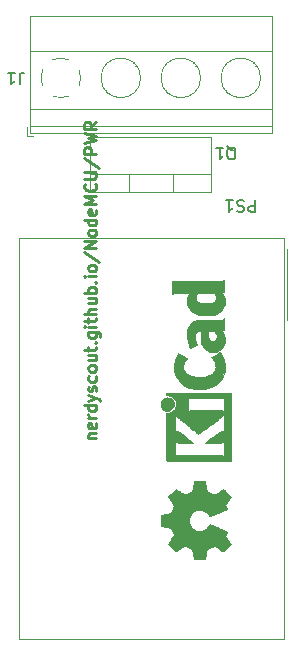
<source format=gbr>
G04 #@! TF.GenerationSoftware,KiCad,Pcbnew,5.1.5-52549c5~86~ubuntu18.04.1*
G04 #@! TF.CreationDate,2020-03-29T17:49:00+00:00*
G04 #@! TF.ProjectId,PWR,5057522e-6b69-4636-9164-5f7063625858,rev?*
G04 #@! TF.SameCoordinates,Original*
G04 #@! TF.FileFunction,Legend,Top*
G04 #@! TF.FilePolarity,Positive*
%FSLAX46Y46*%
G04 Gerber Fmt 4.6, Leading zero omitted, Abs format (unit mm)*
G04 Created by KiCad (PCBNEW 5.1.5-52549c5~86~ubuntu18.04.1) date 2020-03-29 17:49:00*
%MOMM*%
%LPD*%
G04 APERTURE LIST*
%ADD10C,0.250000*%
%ADD11C,0.120000*%
%ADD12C,0.010000*%
%ADD13C,0.150000*%
G04 APERTURE END LIST*
D10*
X134405714Y-111170952D02*
X135072380Y-111170952D01*
X134500952Y-111170952D02*
X134453333Y-111123333D01*
X134405714Y-111028095D01*
X134405714Y-110885238D01*
X134453333Y-110790000D01*
X134548571Y-110742380D01*
X135072380Y-110742380D01*
X135024761Y-109885238D02*
X135072380Y-109980476D01*
X135072380Y-110170952D01*
X135024761Y-110266190D01*
X134929523Y-110313809D01*
X134548571Y-110313809D01*
X134453333Y-110266190D01*
X134405714Y-110170952D01*
X134405714Y-109980476D01*
X134453333Y-109885238D01*
X134548571Y-109837619D01*
X134643809Y-109837619D01*
X134739047Y-110313809D01*
X135072380Y-109409047D02*
X134405714Y-109409047D01*
X134596190Y-109409047D02*
X134500952Y-109361428D01*
X134453333Y-109313809D01*
X134405714Y-109218571D01*
X134405714Y-109123333D01*
X135072380Y-108361428D02*
X134072380Y-108361428D01*
X135024761Y-108361428D02*
X135072380Y-108456666D01*
X135072380Y-108647142D01*
X135024761Y-108742380D01*
X134977142Y-108790000D01*
X134881904Y-108837619D01*
X134596190Y-108837619D01*
X134500952Y-108790000D01*
X134453333Y-108742380D01*
X134405714Y-108647142D01*
X134405714Y-108456666D01*
X134453333Y-108361428D01*
X134405714Y-107980476D02*
X135072380Y-107742380D01*
X134405714Y-107504285D02*
X135072380Y-107742380D01*
X135310476Y-107837619D01*
X135358095Y-107885238D01*
X135405714Y-107980476D01*
X135024761Y-107170952D02*
X135072380Y-107075714D01*
X135072380Y-106885238D01*
X135024761Y-106790000D01*
X134929523Y-106742380D01*
X134881904Y-106742380D01*
X134786666Y-106790000D01*
X134739047Y-106885238D01*
X134739047Y-107028095D01*
X134691428Y-107123333D01*
X134596190Y-107170952D01*
X134548571Y-107170952D01*
X134453333Y-107123333D01*
X134405714Y-107028095D01*
X134405714Y-106885238D01*
X134453333Y-106790000D01*
X135024761Y-105885238D02*
X135072380Y-105980476D01*
X135072380Y-106170952D01*
X135024761Y-106266190D01*
X134977142Y-106313809D01*
X134881904Y-106361428D01*
X134596190Y-106361428D01*
X134500952Y-106313809D01*
X134453333Y-106266190D01*
X134405714Y-106170952D01*
X134405714Y-105980476D01*
X134453333Y-105885238D01*
X135072380Y-105313809D02*
X135024761Y-105409047D01*
X134977142Y-105456666D01*
X134881904Y-105504285D01*
X134596190Y-105504285D01*
X134500952Y-105456666D01*
X134453333Y-105409047D01*
X134405714Y-105313809D01*
X134405714Y-105170952D01*
X134453333Y-105075714D01*
X134500952Y-105028095D01*
X134596190Y-104980476D01*
X134881904Y-104980476D01*
X134977142Y-105028095D01*
X135024761Y-105075714D01*
X135072380Y-105170952D01*
X135072380Y-105313809D01*
X134405714Y-104123333D02*
X135072380Y-104123333D01*
X134405714Y-104551904D02*
X134929523Y-104551904D01*
X135024761Y-104504285D01*
X135072380Y-104409047D01*
X135072380Y-104266190D01*
X135024761Y-104170952D01*
X134977142Y-104123333D01*
X134405714Y-103790000D02*
X134405714Y-103409047D01*
X134072380Y-103647142D02*
X134929523Y-103647142D01*
X135024761Y-103599523D01*
X135072380Y-103504285D01*
X135072380Y-103409047D01*
X134977142Y-103075714D02*
X135024761Y-103028095D01*
X135072380Y-103075714D01*
X135024761Y-103123333D01*
X134977142Y-103075714D01*
X135072380Y-103075714D01*
X134405714Y-102170952D02*
X135215238Y-102170952D01*
X135310476Y-102218571D01*
X135358095Y-102266190D01*
X135405714Y-102361428D01*
X135405714Y-102504285D01*
X135358095Y-102599523D01*
X135024761Y-102170952D02*
X135072380Y-102266190D01*
X135072380Y-102456666D01*
X135024761Y-102551904D01*
X134977142Y-102599523D01*
X134881904Y-102647142D01*
X134596190Y-102647142D01*
X134500952Y-102599523D01*
X134453333Y-102551904D01*
X134405714Y-102456666D01*
X134405714Y-102266190D01*
X134453333Y-102170952D01*
X135072380Y-101694761D02*
X134405714Y-101694761D01*
X134072380Y-101694761D02*
X134120000Y-101742380D01*
X134167619Y-101694761D01*
X134120000Y-101647142D01*
X134072380Y-101694761D01*
X134167619Y-101694761D01*
X134405714Y-101361428D02*
X134405714Y-100980476D01*
X134072380Y-101218571D02*
X134929523Y-101218571D01*
X135024761Y-101170952D01*
X135072380Y-101075714D01*
X135072380Y-100980476D01*
X135072380Y-100647142D02*
X134072380Y-100647142D01*
X135072380Y-100218571D02*
X134548571Y-100218571D01*
X134453333Y-100266190D01*
X134405714Y-100361428D01*
X134405714Y-100504285D01*
X134453333Y-100599523D01*
X134500952Y-100647142D01*
X134405714Y-99313809D02*
X135072380Y-99313809D01*
X134405714Y-99742380D02*
X134929523Y-99742380D01*
X135024761Y-99694761D01*
X135072380Y-99599523D01*
X135072380Y-99456666D01*
X135024761Y-99361428D01*
X134977142Y-99313809D01*
X135072380Y-98837619D02*
X134072380Y-98837619D01*
X134453333Y-98837619D02*
X134405714Y-98742380D01*
X134405714Y-98551904D01*
X134453333Y-98456666D01*
X134500952Y-98409047D01*
X134596190Y-98361428D01*
X134881904Y-98361428D01*
X134977142Y-98409047D01*
X135024761Y-98456666D01*
X135072380Y-98551904D01*
X135072380Y-98742380D01*
X135024761Y-98837619D01*
X134977142Y-97932857D02*
X135024761Y-97885238D01*
X135072380Y-97932857D01*
X135024761Y-97980476D01*
X134977142Y-97932857D01*
X135072380Y-97932857D01*
X135072380Y-97456666D02*
X134405714Y-97456666D01*
X134072380Y-97456666D02*
X134120000Y-97504285D01*
X134167619Y-97456666D01*
X134120000Y-97409047D01*
X134072380Y-97456666D01*
X134167619Y-97456666D01*
X135072380Y-96837619D02*
X135024761Y-96932857D01*
X134977142Y-96980476D01*
X134881904Y-97028095D01*
X134596190Y-97028095D01*
X134500952Y-96980476D01*
X134453333Y-96932857D01*
X134405714Y-96837619D01*
X134405714Y-96694761D01*
X134453333Y-96599523D01*
X134500952Y-96551904D01*
X134596190Y-96504285D01*
X134881904Y-96504285D01*
X134977142Y-96551904D01*
X135024761Y-96599523D01*
X135072380Y-96694761D01*
X135072380Y-96837619D01*
X134024761Y-95361428D02*
X135310476Y-96218571D01*
X135072380Y-95028095D02*
X134072380Y-95028095D01*
X135072380Y-94456666D01*
X134072380Y-94456666D01*
X135072380Y-93837619D02*
X135024761Y-93932857D01*
X134977142Y-93980476D01*
X134881904Y-94028095D01*
X134596190Y-94028095D01*
X134500952Y-93980476D01*
X134453333Y-93932857D01*
X134405714Y-93837619D01*
X134405714Y-93694761D01*
X134453333Y-93599523D01*
X134500952Y-93551904D01*
X134596190Y-93504285D01*
X134881904Y-93504285D01*
X134977142Y-93551904D01*
X135024761Y-93599523D01*
X135072380Y-93694761D01*
X135072380Y-93837619D01*
X135072380Y-92647142D02*
X134072380Y-92647142D01*
X135024761Y-92647142D02*
X135072380Y-92742380D01*
X135072380Y-92932857D01*
X135024761Y-93028095D01*
X134977142Y-93075714D01*
X134881904Y-93123333D01*
X134596190Y-93123333D01*
X134500952Y-93075714D01*
X134453333Y-93028095D01*
X134405714Y-92932857D01*
X134405714Y-92742380D01*
X134453333Y-92647142D01*
X135024761Y-91790000D02*
X135072380Y-91885238D01*
X135072380Y-92075714D01*
X135024761Y-92170952D01*
X134929523Y-92218571D01*
X134548571Y-92218571D01*
X134453333Y-92170952D01*
X134405714Y-92075714D01*
X134405714Y-91885238D01*
X134453333Y-91790000D01*
X134548571Y-91742380D01*
X134643809Y-91742380D01*
X134739047Y-92218571D01*
X135072380Y-91313809D02*
X134072380Y-91313809D01*
X134786666Y-90980476D01*
X134072380Y-90647142D01*
X135072380Y-90647142D01*
X134977142Y-89599523D02*
X135024761Y-89647142D01*
X135072380Y-89790000D01*
X135072380Y-89885238D01*
X135024761Y-90028095D01*
X134929523Y-90123333D01*
X134834285Y-90170952D01*
X134643809Y-90218571D01*
X134500952Y-90218571D01*
X134310476Y-90170952D01*
X134215238Y-90123333D01*
X134120000Y-90028095D01*
X134072380Y-89885238D01*
X134072380Y-89790000D01*
X134120000Y-89647142D01*
X134167619Y-89599523D01*
X134072380Y-89170952D02*
X134881904Y-89170952D01*
X134977142Y-89123333D01*
X135024761Y-89075714D01*
X135072380Y-88980476D01*
X135072380Y-88790000D01*
X135024761Y-88694761D01*
X134977142Y-88647142D01*
X134881904Y-88599523D01*
X134072380Y-88599523D01*
X134024761Y-87409047D02*
X135310476Y-88266190D01*
X135072380Y-87075714D02*
X134072380Y-87075714D01*
X134072380Y-86694761D01*
X134120000Y-86599523D01*
X134167619Y-86551904D01*
X134262857Y-86504285D01*
X134405714Y-86504285D01*
X134500952Y-86551904D01*
X134548571Y-86599523D01*
X134596190Y-86694761D01*
X134596190Y-87075714D01*
X134072380Y-86170952D02*
X135072380Y-85932857D01*
X134358095Y-85742380D01*
X135072380Y-85551904D01*
X134072380Y-85313809D01*
X135072380Y-84361428D02*
X134596190Y-84694761D01*
X135072380Y-84932857D02*
X134072380Y-84932857D01*
X134072380Y-84551904D01*
X134120000Y-84456666D01*
X134167619Y-84409047D01*
X134262857Y-84361428D01*
X134405714Y-84361428D01*
X134500952Y-84409047D01*
X134548571Y-84456666D01*
X134596190Y-84551904D01*
X134596190Y-84932857D01*
D11*
X151270000Y-95155000D02*
X151270000Y-101155000D01*
X128500000Y-94185000D02*
X128500000Y-128125000D01*
X150940000Y-94185000D02*
X150940000Y-128125000D01*
X150940000Y-128125000D02*
X128500000Y-128125000D01*
X128500000Y-94185000D02*
X150940000Y-94185000D01*
D12*
G36*
X140546490Y-108136079D02*
G01*
X140582238Y-108032973D01*
X140638507Y-107936978D01*
X140715288Y-107851247D01*
X140812573Y-107778930D01*
X140873892Y-107746445D01*
X140959660Y-107718332D01*
X141058677Y-107704705D01*
X141160471Y-107706214D01*
X141252714Y-107722969D01*
X141365432Y-107768763D01*
X141463207Y-107835168D01*
X141544115Y-107918809D01*
X141606232Y-108016312D01*
X141647634Y-108124300D01*
X141666397Y-108239399D01*
X141660598Y-108358234D01*
X141648206Y-108416811D01*
X141603797Y-108530972D01*
X141536033Y-108632365D01*
X141447001Y-108718545D01*
X141338791Y-108787066D01*
X141326973Y-108792864D01*
X141282628Y-108812904D01*
X141245280Y-108825487D01*
X141205880Y-108832319D01*
X141155381Y-108835105D01*
X141100433Y-108835568D01*
X141034415Y-108834803D01*
X140986689Y-108831352D01*
X140948103Y-108823477D01*
X140909506Y-108809443D01*
X140871426Y-108792120D01*
X140763328Y-108727505D01*
X140675803Y-108647934D01*
X140608841Y-108556560D01*
X140562436Y-108456536D01*
X140536581Y-108351012D01*
X140531268Y-108243142D01*
X140546490Y-108136079D01*
G37*
X140546490Y-108136079D02*
X140582238Y-108032973D01*
X140638507Y-107936978D01*
X140715288Y-107851247D01*
X140812573Y-107778930D01*
X140873892Y-107746445D01*
X140959660Y-107718332D01*
X141058677Y-107704705D01*
X141160471Y-107706214D01*
X141252714Y-107722969D01*
X141365432Y-107768763D01*
X141463207Y-107835168D01*
X141544115Y-107918809D01*
X141606232Y-108016312D01*
X141647634Y-108124300D01*
X141666397Y-108239399D01*
X141660598Y-108358234D01*
X141648206Y-108416811D01*
X141603797Y-108530972D01*
X141536033Y-108632365D01*
X141447001Y-108718545D01*
X141338791Y-108787066D01*
X141326973Y-108792864D01*
X141282628Y-108812904D01*
X141245280Y-108825487D01*
X141205880Y-108832319D01*
X141155381Y-108835105D01*
X141100433Y-108835568D01*
X141034415Y-108834803D01*
X140986689Y-108831352D01*
X140948103Y-108823477D01*
X140909506Y-108809443D01*
X140871426Y-108792120D01*
X140763328Y-108727505D01*
X140675803Y-108647934D01*
X140608841Y-108556560D01*
X140562436Y-108456536D01*
X140536581Y-108351012D01*
X140531268Y-108243142D01*
X140546490Y-108136079D01*
G36*
X141466825Y-98567730D02*
G01*
X141467304Y-98450959D01*
X141467545Y-98411271D01*
X141471135Y-97865514D01*
X143564919Y-97858649D01*
X143848842Y-97857742D01*
X144106640Y-97856938D01*
X144339646Y-97856185D01*
X144549194Y-97855431D01*
X144736618Y-97854625D01*
X144903250Y-97853715D01*
X145050425Y-97852649D01*
X145179477Y-97851376D01*
X145291739Y-97849844D01*
X145388544Y-97848002D01*
X145471226Y-97845797D01*
X145541119Y-97843178D01*
X145599557Y-97840094D01*
X145647872Y-97836492D01*
X145687400Y-97832322D01*
X145719473Y-97827531D01*
X145745424Y-97822069D01*
X145766589Y-97815882D01*
X145784299Y-97808920D01*
X145799889Y-97801131D01*
X145814693Y-97792463D01*
X145830044Y-97782865D01*
X145847276Y-97772285D01*
X145850946Y-97770116D01*
X145913031Y-97733732D01*
X145909434Y-98259569D01*
X145905838Y-98785406D01*
X145790331Y-98792271D01*
X145734899Y-98796008D01*
X145702851Y-98799903D01*
X145690135Y-98805189D01*
X145692696Y-98813097D01*
X145700024Y-98819730D01*
X145726714Y-98848626D01*
X145761021Y-98895721D01*
X145798846Y-98954380D01*
X145836090Y-99017969D01*
X145868653Y-99079851D01*
X145890077Y-99127366D01*
X145925283Y-99238684D01*
X145950222Y-99366404D01*
X145963941Y-99501099D01*
X145965486Y-99633337D01*
X145953906Y-99753692D01*
X145953574Y-99755674D01*
X145912250Y-99920359D01*
X145846412Y-100074521D01*
X145757474Y-100216672D01*
X145646852Y-100345325D01*
X145515961Y-100458993D01*
X145366216Y-100556190D01*
X145199033Y-100635428D01*
X145075190Y-100678570D01*
X144971581Y-100707021D01*
X144871252Y-100728120D01*
X144768109Y-100742512D01*
X144656057Y-100750842D01*
X144529001Y-100753755D01*
X144425252Y-100752465D01*
X144425252Y-99739350D01*
X144599222Y-99734556D01*
X144748895Y-99719432D01*
X144875597Y-99693515D01*
X144980658Y-99656337D01*
X145065406Y-99607435D01*
X145131169Y-99546342D01*
X145177659Y-99475823D01*
X145195014Y-99439129D01*
X145205419Y-99407304D01*
X145210179Y-99371823D01*
X145210601Y-99324159D01*
X145208748Y-99272811D01*
X145199841Y-99171831D01*
X145182398Y-99091965D01*
X145173661Y-99066865D01*
X145147857Y-99009552D01*
X145115453Y-98949103D01*
X145099233Y-98922703D01*
X145054205Y-98854054D01*
X143626982Y-98854054D01*
X143581718Y-98929568D01*
X143530572Y-99034879D01*
X143500324Y-99142475D01*
X143490795Y-99248419D01*
X143501807Y-99348776D01*
X143533181Y-99439613D01*
X143584740Y-99516993D01*
X143609488Y-99541961D01*
X143690577Y-99602144D01*
X143788734Y-99650855D01*
X143905643Y-99688501D01*
X144042985Y-99715488D01*
X144202444Y-99732225D01*
X144385700Y-99739117D01*
X144425252Y-99739350D01*
X144425252Y-100752465D01*
X144382067Y-100751927D01*
X144156053Y-100740353D01*
X143952192Y-100717080D01*
X143767513Y-100681496D01*
X143599048Y-100632987D01*
X143443826Y-100570940D01*
X143397808Y-100548799D01*
X143247739Y-100459615D01*
X143114377Y-100351841D01*
X142999877Y-100228010D01*
X142906389Y-100090658D01*
X142836068Y-99942317D01*
X142807060Y-99853396D01*
X142789840Y-99766067D01*
X142779594Y-99660989D01*
X142776318Y-99546971D01*
X142780009Y-99432823D01*
X142790660Y-99327352D01*
X142807370Y-99242666D01*
X142840140Y-99141872D01*
X142882279Y-99044178D01*
X142929519Y-98958704D01*
X142961581Y-98913211D01*
X142985422Y-98881831D01*
X142999939Y-98859858D01*
X143002000Y-98854859D01*
X142988718Y-98853310D01*
X142950663Y-98851865D01*
X142890519Y-98850557D01*
X142810973Y-98849417D01*
X142714711Y-98848479D01*
X142604419Y-98847774D01*
X142482781Y-98847333D01*
X142358885Y-98847189D01*
X142200196Y-98847270D01*
X142066408Y-98847665D01*
X141954960Y-98848605D01*
X141863295Y-98850320D01*
X141788853Y-98853043D01*
X141729075Y-98857003D01*
X141681402Y-98862431D01*
X141643274Y-98869559D01*
X141612134Y-98878616D01*
X141585421Y-98889833D01*
X141560577Y-98903442D01*
X141535043Y-98919672D01*
X141531881Y-98921760D01*
X141498810Y-98942694D01*
X141476069Y-98955333D01*
X141471272Y-98957027D01*
X141469759Y-98943784D01*
X141468528Y-98905998D01*
X141467599Y-98846584D01*
X141466992Y-98768458D01*
X141466727Y-98674535D01*
X141466825Y-98567730D01*
G37*
X141466825Y-98567730D02*
X141467304Y-98450959D01*
X141467545Y-98411271D01*
X141471135Y-97865514D01*
X143564919Y-97858649D01*
X143848842Y-97857742D01*
X144106640Y-97856938D01*
X144339646Y-97856185D01*
X144549194Y-97855431D01*
X144736618Y-97854625D01*
X144903250Y-97853715D01*
X145050425Y-97852649D01*
X145179477Y-97851376D01*
X145291739Y-97849844D01*
X145388544Y-97848002D01*
X145471226Y-97845797D01*
X145541119Y-97843178D01*
X145599557Y-97840094D01*
X145647872Y-97836492D01*
X145687400Y-97832322D01*
X145719473Y-97827531D01*
X145745424Y-97822069D01*
X145766589Y-97815882D01*
X145784299Y-97808920D01*
X145799889Y-97801131D01*
X145814693Y-97792463D01*
X145830044Y-97782865D01*
X145847276Y-97772285D01*
X145850946Y-97770116D01*
X145913031Y-97733732D01*
X145909434Y-98259569D01*
X145905838Y-98785406D01*
X145790331Y-98792271D01*
X145734899Y-98796008D01*
X145702851Y-98799903D01*
X145690135Y-98805189D01*
X145692696Y-98813097D01*
X145700024Y-98819730D01*
X145726714Y-98848626D01*
X145761021Y-98895721D01*
X145798846Y-98954380D01*
X145836090Y-99017969D01*
X145868653Y-99079851D01*
X145890077Y-99127366D01*
X145925283Y-99238684D01*
X145950222Y-99366404D01*
X145963941Y-99501099D01*
X145965486Y-99633337D01*
X145953906Y-99753692D01*
X145953574Y-99755674D01*
X145912250Y-99920359D01*
X145846412Y-100074521D01*
X145757474Y-100216672D01*
X145646852Y-100345325D01*
X145515961Y-100458993D01*
X145366216Y-100556190D01*
X145199033Y-100635428D01*
X145075190Y-100678570D01*
X144971581Y-100707021D01*
X144871252Y-100728120D01*
X144768109Y-100742512D01*
X144656057Y-100750842D01*
X144529001Y-100753755D01*
X144425252Y-100752465D01*
X144425252Y-99739350D01*
X144599222Y-99734556D01*
X144748895Y-99719432D01*
X144875597Y-99693515D01*
X144980658Y-99656337D01*
X145065406Y-99607435D01*
X145131169Y-99546342D01*
X145177659Y-99475823D01*
X145195014Y-99439129D01*
X145205419Y-99407304D01*
X145210179Y-99371823D01*
X145210601Y-99324159D01*
X145208748Y-99272811D01*
X145199841Y-99171831D01*
X145182398Y-99091965D01*
X145173661Y-99066865D01*
X145147857Y-99009552D01*
X145115453Y-98949103D01*
X145099233Y-98922703D01*
X145054205Y-98854054D01*
X143626982Y-98854054D01*
X143581718Y-98929568D01*
X143530572Y-99034879D01*
X143500324Y-99142475D01*
X143490795Y-99248419D01*
X143501807Y-99348776D01*
X143533181Y-99439613D01*
X143584740Y-99516993D01*
X143609488Y-99541961D01*
X143690577Y-99602144D01*
X143788734Y-99650855D01*
X143905643Y-99688501D01*
X144042985Y-99715488D01*
X144202444Y-99732225D01*
X144385700Y-99739117D01*
X144425252Y-99739350D01*
X144425252Y-100752465D01*
X144382067Y-100751927D01*
X144156053Y-100740353D01*
X143952192Y-100717080D01*
X143767513Y-100681496D01*
X143599048Y-100632987D01*
X143443826Y-100570940D01*
X143397808Y-100548799D01*
X143247739Y-100459615D01*
X143114377Y-100351841D01*
X142999877Y-100228010D01*
X142906389Y-100090658D01*
X142836068Y-99942317D01*
X142807060Y-99853396D01*
X142789840Y-99766067D01*
X142779594Y-99660989D01*
X142776318Y-99546971D01*
X142780009Y-99432823D01*
X142790660Y-99327352D01*
X142807370Y-99242666D01*
X142840140Y-99141872D01*
X142882279Y-99044178D01*
X142929519Y-98958704D01*
X142961581Y-98913211D01*
X142985422Y-98881831D01*
X142999939Y-98859858D01*
X143002000Y-98854859D01*
X142988718Y-98853310D01*
X142950663Y-98851865D01*
X142890519Y-98850557D01*
X142810973Y-98849417D01*
X142714711Y-98848479D01*
X142604419Y-98847774D01*
X142482781Y-98847333D01*
X142358885Y-98847189D01*
X142200196Y-98847270D01*
X142066408Y-98847665D01*
X141954960Y-98848605D01*
X141863295Y-98850320D01*
X141788853Y-98853043D01*
X141729075Y-98857003D01*
X141681402Y-98862431D01*
X141643274Y-98869559D01*
X141612134Y-98878616D01*
X141585421Y-98889833D01*
X141560577Y-98903442D01*
X141535043Y-98919672D01*
X141531881Y-98921760D01*
X141498810Y-98942694D01*
X141476069Y-98955333D01*
X141471272Y-98957027D01*
X141469759Y-98943784D01*
X141468528Y-98905998D01*
X141467599Y-98846584D01*
X141466992Y-98768458D01*
X141466727Y-98674535D01*
X141466825Y-98567730D01*
G36*
X142774229Y-102242495D02*
G01*
X142779378Y-102174469D01*
X142805273Y-101979837D01*
X142846575Y-101807471D01*
X142903853Y-101656530D01*
X142977674Y-101526175D01*
X143068608Y-101415566D01*
X143177222Y-101323865D01*
X143304085Y-101250230D01*
X143441352Y-101196461D01*
X143485137Y-101182813D01*
X143526141Y-101170927D01*
X143566569Y-101160666D01*
X143608630Y-101151887D01*
X143654531Y-101144452D01*
X143706480Y-101138220D01*
X143766685Y-101133050D01*
X143837352Y-101128804D01*
X143920689Y-101125340D01*
X144018905Y-101122519D01*
X144134205Y-101120200D01*
X144268799Y-101118243D01*
X144424893Y-101116509D01*
X144604695Y-101114857D01*
X144745676Y-101113676D01*
X145713622Y-101105730D01*
X145806770Y-101054244D01*
X145851645Y-101029863D01*
X145886501Y-101011720D01*
X145905054Y-101003065D01*
X145906311Y-101002757D01*
X145907749Y-101015986D01*
X145909074Y-101053674D01*
X145910249Y-101112817D01*
X145911237Y-101190414D01*
X145911999Y-101283464D01*
X145912500Y-101388965D01*
X145912701Y-101503916D01*
X145912703Y-101517622D01*
X145912703Y-102032487D01*
X145796000Y-102032487D01*
X145743260Y-102033365D01*
X145702926Y-102035708D01*
X145681300Y-102039079D01*
X145679298Y-102040569D01*
X145687683Y-102054196D01*
X145709692Y-102082243D01*
X145740601Y-102118697D01*
X145741316Y-102119515D01*
X145790843Y-102186038D01*
X145840575Y-102270052D01*
X145885626Y-102362063D01*
X145921110Y-102452579D01*
X145933236Y-102492433D01*
X145948637Y-102571745D01*
X145958465Y-102669065D01*
X145962580Y-102775484D01*
X145960841Y-102882093D01*
X145953108Y-102979983D01*
X145941981Y-103048487D01*
X145892648Y-103216480D01*
X145822342Y-103367719D01*
X145731933Y-103501218D01*
X145622295Y-103615994D01*
X145494299Y-103711063D01*
X145348818Y-103785440D01*
X145260541Y-103817526D01*
X145174739Y-103837635D01*
X145071736Y-103850962D01*
X144961034Y-103857128D01*
X144944925Y-103856926D01*
X144944925Y-102928352D01*
X145027184Y-102920652D01*
X145095546Y-102895011D01*
X145158970Y-102847622D01*
X145177567Y-102829421D01*
X145227846Y-102764718D01*
X145260056Y-102689934D01*
X145275648Y-102600338D01*
X145276796Y-102505988D01*
X145269216Y-102416499D01*
X145254389Y-102347982D01*
X145243253Y-102318225D01*
X145212904Y-102264592D01*
X145170221Y-102207765D01*
X145122317Y-102155918D01*
X145076301Y-102117222D01*
X145059421Y-102106946D01*
X145035782Y-102098958D01*
X144998168Y-102093279D01*
X144942985Y-102089644D01*
X144866640Y-102087789D01*
X144793981Y-102087406D01*
X144709270Y-102087665D01*
X144648018Y-102088713D01*
X144606227Y-102090955D01*
X144579899Y-102094794D01*
X144565035Y-102100635D01*
X144557639Y-102108882D01*
X144556461Y-102111433D01*
X144552833Y-102133600D01*
X144549866Y-102177320D01*
X144547827Y-102236689D01*
X144546983Y-102305804D01*
X144546982Y-102320811D01*
X144548457Y-102413195D01*
X144552842Y-102484568D01*
X144560738Y-102541281D01*
X144572270Y-102588128D01*
X144616215Y-102704331D01*
X144670243Y-102795457D01*
X144735219Y-102862295D01*
X144812005Y-102905635D01*
X144901467Y-102926266D01*
X144944925Y-102928352D01*
X144944925Y-103856926D01*
X144852133Y-103855756D01*
X144754536Y-103846468D01*
X144715105Y-103839223D01*
X144568701Y-103792961D01*
X144433995Y-103722616D01*
X144312280Y-103629516D01*
X144204847Y-103514988D01*
X144112988Y-103380360D01*
X144037996Y-103226960D01*
X143992458Y-103096541D01*
X143968533Y-103009377D01*
X143949943Y-102926004D01*
X143936084Y-102841024D01*
X143926351Y-102749035D01*
X143920141Y-102644638D01*
X143916851Y-102522432D01*
X143915924Y-102411945D01*
X143915027Y-102084323D01*
X143816547Y-102090599D01*
X143709695Y-102108421D01*
X143617852Y-102146333D01*
X143543310Y-102202720D01*
X143488364Y-102275969D01*
X143461552Y-102340465D01*
X143444654Y-102432877D01*
X143442227Y-102542889D01*
X143453378Y-102665344D01*
X143477210Y-102795086D01*
X143512830Y-102926958D01*
X143559343Y-103055802D01*
X143601883Y-103149434D01*
X143623728Y-103194483D01*
X143638984Y-103228844D01*
X143644937Y-103246319D01*
X143644746Y-103247267D01*
X143631412Y-103253297D01*
X143596068Y-103268355D01*
X143542101Y-103291023D01*
X143472896Y-103319885D01*
X143391840Y-103353523D01*
X143309118Y-103387716D01*
X142977803Y-103524414D01*
X142961833Y-103427180D01*
X142953820Y-103385036D01*
X142940361Y-103321681D01*
X142922679Y-103242543D01*
X142901996Y-103153049D01*
X142879532Y-103058627D01*
X142870403Y-103021027D01*
X142832674Y-102858363D01*
X142804388Y-102715950D01*
X142784972Y-102588473D01*
X142773854Y-102470616D01*
X142770464Y-102357062D01*
X142774229Y-102242495D01*
G37*
X142774229Y-102242495D02*
X142779378Y-102174469D01*
X142805273Y-101979837D01*
X142846575Y-101807471D01*
X142903853Y-101656530D01*
X142977674Y-101526175D01*
X143068608Y-101415566D01*
X143177222Y-101323865D01*
X143304085Y-101250230D01*
X143441352Y-101196461D01*
X143485137Y-101182813D01*
X143526141Y-101170927D01*
X143566569Y-101160666D01*
X143608630Y-101151887D01*
X143654531Y-101144452D01*
X143706480Y-101138220D01*
X143766685Y-101133050D01*
X143837352Y-101128804D01*
X143920689Y-101125340D01*
X144018905Y-101122519D01*
X144134205Y-101120200D01*
X144268799Y-101118243D01*
X144424893Y-101116509D01*
X144604695Y-101114857D01*
X144745676Y-101113676D01*
X145713622Y-101105730D01*
X145806770Y-101054244D01*
X145851645Y-101029863D01*
X145886501Y-101011720D01*
X145905054Y-101003065D01*
X145906311Y-101002757D01*
X145907749Y-101015986D01*
X145909074Y-101053674D01*
X145910249Y-101112817D01*
X145911237Y-101190414D01*
X145911999Y-101283464D01*
X145912500Y-101388965D01*
X145912701Y-101503916D01*
X145912703Y-101517622D01*
X145912703Y-102032487D01*
X145796000Y-102032487D01*
X145743260Y-102033365D01*
X145702926Y-102035708D01*
X145681300Y-102039079D01*
X145679298Y-102040569D01*
X145687683Y-102054196D01*
X145709692Y-102082243D01*
X145740601Y-102118697D01*
X145741316Y-102119515D01*
X145790843Y-102186038D01*
X145840575Y-102270052D01*
X145885626Y-102362063D01*
X145921110Y-102452579D01*
X145933236Y-102492433D01*
X145948637Y-102571745D01*
X145958465Y-102669065D01*
X145962580Y-102775484D01*
X145960841Y-102882093D01*
X145953108Y-102979983D01*
X145941981Y-103048487D01*
X145892648Y-103216480D01*
X145822342Y-103367719D01*
X145731933Y-103501218D01*
X145622295Y-103615994D01*
X145494299Y-103711063D01*
X145348818Y-103785440D01*
X145260541Y-103817526D01*
X145174739Y-103837635D01*
X145071736Y-103850962D01*
X144961034Y-103857128D01*
X144944925Y-103856926D01*
X144944925Y-102928352D01*
X145027184Y-102920652D01*
X145095546Y-102895011D01*
X145158970Y-102847622D01*
X145177567Y-102829421D01*
X145227846Y-102764718D01*
X145260056Y-102689934D01*
X145275648Y-102600338D01*
X145276796Y-102505988D01*
X145269216Y-102416499D01*
X145254389Y-102347982D01*
X145243253Y-102318225D01*
X145212904Y-102264592D01*
X145170221Y-102207765D01*
X145122317Y-102155918D01*
X145076301Y-102117222D01*
X145059421Y-102106946D01*
X145035782Y-102098958D01*
X144998168Y-102093279D01*
X144942985Y-102089644D01*
X144866640Y-102087789D01*
X144793981Y-102087406D01*
X144709270Y-102087665D01*
X144648018Y-102088713D01*
X144606227Y-102090955D01*
X144579899Y-102094794D01*
X144565035Y-102100635D01*
X144557639Y-102108882D01*
X144556461Y-102111433D01*
X144552833Y-102133600D01*
X144549866Y-102177320D01*
X144547827Y-102236689D01*
X144546983Y-102305804D01*
X144546982Y-102320811D01*
X144548457Y-102413195D01*
X144552842Y-102484568D01*
X144560738Y-102541281D01*
X144572270Y-102588128D01*
X144616215Y-102704331D01*
X144670243Y-102795457D01*
X144735219Y-102862295D01*
X144812005Y-102905635D01*
X144901467Y-102926266D01*
X144944925Y-102928352D01*
X144944925Y-103856926D01*
X144852133Y-103855756D01*
X144754536Y-103846468D01*
X144715105Y-103839223D01*
X144568701Y-103792961D01*
X144433995Y-103722616D01*
X144312280Y-103629516D01*
X144204847Y-103514988D01*
X144112988Y-103380360D01*
X144037996Y-103226960D01*
X143992458Y-103096541D01*
X143968533Y-103009377D01*
X143949943Y-102926004D01*
X143936084Y-102841024D01*
X143926351Y-102749035D01*
X143920141Y-102644638D01*
X143916851Y-102522432D01*
X143915924Y-102411945D01*
X143915027Y-102084323D01*
X143816547Y-102090599D01*
X143709695Y-102108421D01*
X143617852Y-102146333D01*
X143543310Y-102202720D01*
X143488364Y-102275969D01*
X143461552Y-102340465D01*
X143444654Y-102432877D01*
X143442227Y-102542889D01*
X143453378Y-102665344D01*
X143477210Y-102795086D01*
X143512830Y-102926958D01*
X143559343Y-103055802D01*
X143601883Y-103149434D01*
X143623728Y-103194483D01*
X143638984Y-103228844D01*
X143644937Y-103246319D01*
X143644746Y-103247267D01*
X143631412Y-103253297D01*
X143596068Y-103268355D01*
X143542101Y-103291023D01*
X143472896Y-103319885D01*
X143391840Y-103353523D01*
X143309118Y-103387716D01*
X142977803Y-103524414D01*
X142961833Y-103427180D01*
X142953820Y-103385036D01*
X142940361Y-103321681D01*
X142922679Y-103242543D01*
X142901996Y-103153049D01*
X142879532Y-103058627D01*
X142870403Y-103021027D01*
X142832674Y-102858363D01*
X142804388Y-102715950D01*
X142784972Y-102588473D01*
X142773854Y-102470616D01*
X142770464Y-102357062D01*
X142774229Y-102242495D01*
G36*
X141670499Y-104970038D02*
G01*
X141686707Y-104821986D01*
X141715718Y-104678548D01*
X141759045Y-104533890D01*
X141818201Y-104382176D01*
X141894700Y-104217572D01*
X141909517Y-104187929D01*
X141943031Y-104119902D01*
X141973208Y-104055744D01*
X141997166Y-104001785D01*
X142012024Y-103964360D01*
X142013895Y-103958611D01*
X142030402Y-103903514D01*
X142389201Y-104150149D01*
X142476893Y-104210448D01*
X142557012Y-104265578D01*
X142626836Y-104313664D01*
X142683647Y-104352832D01*
X142724723Y-104381206D01*
X142747346Y-104396913D01*
X142750928Y-104399464D01*
X142743438Y-104409829D01*
X142720918Y-104435340D01*
X142687461Y-104471437D01*
X142668550Y-104491358D01*
X142578778Y-104604227D01*
X142510561Y-104730986D01*
X142473195Y-104840217D01*
X142461460Y-104905786D01*
X142454308Y-104987884D01*
X142451874Y-105076856D01*
X142454288Y-105163044D01*
X142461683Y-105236795D01*
X142467347Y-105266224D01*
X142512982Y-105398867D01*
X142582663Y-105518394D01*
X142676260Y-105624717D01*
X142793649Y-105717747D01*
X142934700Y-105797395D01*
X143099286Y-105863574D01*
X143287280Y-105916194D01*
X143448217Y-105947467D01*
X143519263Y-105955626D01*
X143611046Y-105961185D01*
X143716968Y-105964198D01*
X143830434Y-105964719D01*
X143944849Y-105962800D01*
X144053617Y-105958497D01*
X144150143Y-105951863D01*
X144227831Y-105942951D01*
X144239817Y-105941021D01*
X144432892Y-105898501D01*
X144603773Y-105840567D01*
X144753224Y-105766867D01*
X144882011Y-105677049D01*
X144951639Y-105613293D01*
X145046173Y-105498714D01*
X145116246Y-105373058D01*
X145161477Y-105238443D01*
X145181484Y-105096989D01*
X145175885Y-104950817D01*
X145144300Y-104802045D01*
X145113394Y-104714089D01*
X145051506Y-104592371D01*
X144962729Y-104466920D01*
X144902694Y-104396647D01*
X144867947Y-104357189D01*
X144842454Y-104326188D01*
X144830170Y-104308542D01*
X144829795Y-104306352D01*
X144842347Y-104298476D01*
X144875516Y-104278068D01*
X144926458Y-104246868D01*
X144992331Y-104206614D01*
X145070289Y-104159043D01*
X145157490Y-104105896D01*
X145206067Y-104076313D01*
X145577215Y-103850352D01*
X145716639Y-104132473D01*
X145766719Y-104234478D01*
X145806210Y-104317111D01*
X145837073Y-104385422D01*
X145861268Y-104444463D01*
X145880758Y-104499286D01*
X145897503Y-104554940D01*
X145913465Y-104616477D01*
X145927482Y-104675460D01*
X145938329Y-104727885D01*
X145946526Y-104782712D01*
X145952528Y-104845428D01*
X145956790Y-104921523D01*
X145959767Y-105016484D01*
X145961052Y-105080487D01*
X145961930Y-105171808D01*
X145961487Y-105259373D01*
X145959852Y-105337388D01*
X145957149Y-105400058D01*
X145953505Y-105441587D01*
X145953142Y-105444048D01*
X145906487Y-105659697D01*
X145835729Y-105862207D01*
X145740914Y-106051505D01*
X145622089Y-106227521D01*
X145479300Y-106390184D01*
X145312594Y-106539422D01*
X145164433Y-106647504D01*
X144970502Y-106762566D01*
X144765699Y-106855577D01*
X144548383Y-106926987D01*
X144316912Y-106977244D01*
X144069643Y-107006799D01*
X143818559Y-107016111D01*
X143575670Y-107008452D01*
X143351570Y-106984387D01*
X143142477Y-106943148D01*
X142944613Y-106883973D01*
X142754196Y-106806096D01*
X142734468Y-106796797D01*
X142550059Y-106694352D01*
X142374576Y-106568528D01*
X142211650Y-106422888D01*
X142064914Y-106260999D01*
X141938001Y-106086424D01*
X141844905Y-105923756D01*
X141771991Y-105759427D01*
X141719174Y-105594749D01*
X141685015Y-105423348D01*
X141668078Y-105238847D01*
X141665580Y-105128541D01*
X141670499Y-104970038D01*
G37*
X141670499Y-104970038D02*
X141686707Y-104821986D01*
X141715718Y-104678548D01*
X141759045Y-104533890D01*
X141818201Y-104382176D01*
X141894700Y-104217572D01*
X141909517Y-104187929D01*
X141943031Y-104119902D01*
X141973208Y-104055744D01*
X141997166Y-104001785D01*
X142012024Y-103964360D01*
X142013895Y-103958611D01*
X142030402Y-103903514D01*
X142389201Y-104150149D01*
X142476893Y-104210448D01*
X142557012Y-104265578D01*
X142626836Y-104313664D01*
X142683647Y-104352832D01*
X142724723Y-104381206D01*
X142747346Y-104396913D01*
X142750928Y-104399464D01*
X142743438Y-104409829D01*
X142720918Y-104435340D01*
X142687461Y-104471437D01*
X142668550Y-104491358D01*
X142578778Y-104604227D01*
X142510561Y-104730986D01*
X142473195Y-104840217D01*
X142461460Y-104905786D01*
X142454308Y-104987884D01*
X142451874Y-105076856D01*
X142454288Y-105163044D01*
X142461683Y-105236795D01*
X142467347Y-105266224D01*
X142512982Y-105398867D01*
X142582663Y-105518394D01*
X142676260Y-105624717D01*
X142793649Y-105717747D01*
X142934700Y-105797395D01*
X143099286Y-105863574D01*
X143287280Y-105916194D01*
X143448217Y-105947467D01*
X143519263Y-105955626D01*
X143611046Y-105961185D01*
X143716968Y-105964198D01*
X143830434Y-105964719D01*
X143944849Y-105962800D01*
X144053617Y-105958497D01*
X144150143Y-105951863D01*
X144227831Y-105942951D01*
X144239817Y-105941021D01*
X144432892Y-105898501D01*
X144603773Y-105840567D01*
X144753224Y-105766867D01*
X144882011Y-105677049D01*
X144951639Y-105613293D01*
X145046173Y-105498714D01*
X145116246Y-105373058D01*
X145161477Y-105238443D01*
X145181484Y-105096989D01*
X145175885Y-104950817D01*
X145144300Y-104802045D01*
X145113394Y-104714089D01*
X145051506Y-104592371D01*
X144962729Y-104466920D01*
X144902694Y-104396647D01*
X144867947Y-104357189D01*
X144842454Y-104326188D01*
X144830170Y-104308542D01*
X144829795Y-104306352D01*
X144842347Y-104298476D01*
X144875516Y-104278068D01*
X144926458Y-104246868D01*
X144992331Y-104206614D01*
X145070289Y-104159043D01*
X145157490Y-104105896D01*
X145206067Y-104076313D01*
X145577215Y-103850352D01*
X145716639Y-104132473D01*
X145766719Y-104234478D01*
X145806210Y-104317111D01*
X145837073Y-104385422D01*
X145861268Y-104444463D01*
X145880758Y-104499286D01*
X145897503Y-104554940D01*
X145913465Y-104616477D01*
X145927482Y-104675460D01*
X145938329Y-104727885D01*
X145946526Y-104782712D01*
X145952528Y-104845428D01*
X145956790Y-104921523D01*
X145959767Y-105016484D01*
X145961052Y-105080487D01*
X145961930Y-105171808D01*
X145961487Y-105259373D01*
X145959852Y-105337388D01*
X145957149Y-105400058D01*
X145953505Y-105441587D01*
X145953142Y-105444048D01*
X145906487Y-105659697D01*
X145835729Y-105862207D01*
X145740914Y-106051505D01*
X145622089Y-106227521D01*
X145479300Y-106390184D01*
X145312594Y-106539422D01*
X145164433Y-106647504D01*
X144970502Y-106762566D01*
X144765699Y-106855577D01*
X144548383Y-106926987D01*
X144316912Y-106977244D01*
X144069643Y-107006799D01*
X143818559Y-107016111D01*
X143575670Y-107008452D01*
X143351570Y-106984387D01*
X143142477Y-106943148D01*
X142944613Y-106883973D01*
X142754196Y-106806096D01*
X142734468Y-106796797D01*
X142550059Y-106694352D01*
X142374576Y-106568528D01*
X142211650Y-106422888D01*
X142064914Y-106260999D01*
X141938001Y-106086424D01*
X141844905Y-105923756D01*
X141771991Y-105759427D01*
X141719174Y-105594749D01*
X141685015Y-105423348D01*
X141668078Y-105238847D01*
X141665580Y-105128541D01*
X141670499Y-104970038D01*
G36*
X140983689Y-111365743D02*
G01*
X140983725Y-111101220D01*
X140983730Y-110978088D01*
X140983730Y-109007189D01*
X141099910Y-109007189D01*
X141241291Y-108994789D01*
X141371684Y-108957364D01*
X141491862Y-108894577D01*
X141602602Y-108806094D01*
X141632511Y-108776157D01*
X141717348Y-108668466D01*
X141779221Y-108549725D01*
X141818159Y-108423460D01*
X141834190Y-108293197D01*
X141827342Y-108162465D01*
X141797643Y-108034788D01*
X141745120Y-107913695D01*
X141669803Y-107802712D01*
X141624363Y-107752868D01*
X141512952Y-107659983D01*
X141390435Y-107591873D01*
X141258215Y-107549129D01*
X141117692Y-107532347D01*
X141103867Y-107532124D01*
X140983734Y-107531244D01*
X140983732Y-107478443D01*
X140990089Y-107431604D01*
X141005556Y-107388817D01*
X141007154Y-107385989D01*
X141012168Y-107376325D01*
X141016073Y-107367451D01*
X141020007Y-107359335D01*
X141025106Y-107351943D01*
X141032508Y-107345245D01*
X141043351Y-107339208D01*
X141058772Y-107333801D01*
X141079909Y-107328990D01*
X141107899Y-107324745D01*
X141143879Y-107321032D01*
X141188987Y-107317821D01*
X141244360Y-107315078D01*
X141311137Y-107312772D01*
X141390453Y-107310871D01*
X141483447Y-107309342D01*
X141591257Y-107308154D01*
X141715019Y-107307274D01*
X141855871Y-107306670D01*
X142014950Y-107306311D01*
X142193395Y-107306165D01*
X142392342Y-107306198D01*
X142612929Y-107306380D01*
X142856293Y-107306677D01*
X143123572Y-107307059D01*
X143415903Y-107307492D01*
X143734424Y-107307945D01*
X143773230Y-107307998D01*
X144093782Y-107308404D01*
X144388012Y-107308749D01*
X144657056Y-107309069D01*
X144902052Y-107309400D01*
X145124137Y-107309779D01*
X145324447Y-107310243D01*
X145504119Y-107310828D01*
X145664290Y-107311570D01*
X145806098Y-107312506D01*
X145930679Y-107313673D01*
X146039170Y-107315107D01*
X146132707Y-107316844D01*
X146212429Y-107318922D01*
X146279472Y-107321376D01*
X146334973Y-107324244D01*
X146380068Y-107327561D01*
X146415895Y-107331364D01*
X146443591Y-107335690D01*
X146464293Y-107340575D01*
X146479137Y-107346055D01*
X146489260Y-107352168D01*
X146495800Y-107358950D01*
X146499893Y-107366437D01*
X146502676Y-107374666D01*
X146505287Y-107383673D01*
X146508862Y-107393495D01*
X146509950Y-107395894D01*
X146512396Y-107403435D01*
X146514642Y-107416056D01*
X146516698Y-107434859D01*
X146518572Y-107460947D01*
X146520271Y-107495422D01*
X146521803Y-107539385D01*
X146523177Y-107593939D01*
X146524400Y-107660185D01*
X146525481Y-107739226D01*
X146526427Y-107832163D01*
X146527247Y-107940099D01*
X146527947Y-108064136D01*
X146528538Y-108205376D01*
X146529025Y-108364921D01*
X146529419Y-108543872D01*
X146529725Y-108743332D01*
X146529953Y-108964404D01*
X146530110Y-109208188D01*
X146530205Y-109475787D01*
X146530245Y-109768303D01*
X146530238Y-110086839D01*
X146530228Y-110190021D01*
X146530176Y-110515623D01*
X146530091Y-110814881D01*
X146529963Y-111088909D01*
X146529785Y-111338824D01*
X146529548Y-111565740D01*
X146529242Y-111770773D01*
X146528860Y-111955038D01*
X146528392Y-112119650D01*
X146527830Y-112265725D01*
X146527165Y-112394376D01*
X146526388Y-112506721D01*
X146525491Y-112603874D01*
X146524465Y-112686950D01*
X146523301Y-112757064D01*
X146521991Y-112815332D01*
X146520525Y-112862869D01*
X146518896Y-112900790D01*
X146517093Y-112930210D01*
X146515110Y-112952245D01*
X146512936Y-112968010D01*
X146510563Y-112978620D01*
X146508391Y-112984404D01*
X146504056Y-112994684D01*
X146500859Y-113004122D01*
X146497665Y-113012755D01*
X146493338Y-113020619D01*
X146486744Y-113027748D01*
X146476747Y-113034179D01*
X146462212Y-113039947D01*
X146442003Y-113045089D01*
X146414985Y-113049640D01*
X146380023Y-113053635D01*
X146335981Y-113057111D01*
X146281724Y-113060102D01*
X146216117Y-113062646D01*
X146138024Y-113064777D01*
X146046310Y-113066532D01*
X145939840Y-113067945D01*
X145898973Y-113068315D01*
X145898973Y-112701884D01*
X145898973Y-111406734D01*
X145861217Y-111431655D01*
X145822417Y-111456447D01*
X145785469Y-111477440D01*
X145747788Y-111494935D01*
X145706788Y-111509230D01*
X145659883Y-111520623D01*
X145604487Y-111529413D01*
X145538016Y-111535898D01*
X145457883Y-111540377D01*
X145361502Y-111543150D01*
X145246289Y-111544513D01*
X145109657Y-111544767D01*
X144949020Y-111544209D01*
X144889382Y-111543893D01*
X144250041Y-111540325D01*
X144801449Y-111135298D01*
X144957876Y-111020554D01*
X145094088Y-110921143D01*
X145211890Y-110835990D01*
X145313084Y-110764022D01*
X145399477Y-110704166D01*
X145472874Y-110655348D01*
X145535077Y-110616495D01*
X145587893Y-110586534D01*
X145633125Y-110564391D01*
X145672578Y-110548993D01*
X145708058Y-110539266D01*
X145741368Y-110534137D01*
X145774313Y-110532532D01*
X145808697Y-110533379D01*
X145813019Y-110533595D01*
X145899031Y-110538054D01*
X145898973Y-109118692D01*
X145792522Y-109224265D01*
X145763406Y-109252913D01*
X145735076Y-109280090D01*
X145705968Y-109306989D01*
X145674520Y-109334803D01*
X145639169Y-109364725D01*
X145598354Y-109397946D01*
X145550511Y-109435661D01*
X145494079Y-109479060D01*
X145427494Y-109529338D01*
X145349195Y-109587688D01*
X145257619Y-109655300D01*
X145151204Y-109733369D01*
X145028387Y-109823088D01*
X144887605Y-109925648D01*
X144727297Y-110042242D01*
X144595798Y-110137809D01*
X144430596Y-110257749D01*
X144286152Y-110362380D01*
X144161094Y-110452648D01*
X144054052Y-110529503D01*
X143963654Y-110593891D01*
X143888529Y-110646761D01*
X143827304Y-110689060D01*
X143778610Y-110721736D01*
X143741074Y-110745738D01*
X143713325Y-110762013D01*
X143693992Y-110771508D01*
X143681703Y-110775173D01*
X143675242Y-110774071D01*
X143658048Y-110760724D01*
X143621655Y-110731866D01*
X143568224Y-110689240D01*
X143499919Y-110634585D01*
X143418903Y-110569644D01*
X143327340Y-110496158D01*
X143227392Y-110415868D01*
X143121224Y-110330515D01*
X143010997Y-110241840D01*
X142898876Y-110151586D01*
X142837244Y-110101944D01*
X142837244Y-108869373D01*
X142929919Y-108818146D01*
X143022595Y-108766919D01*
X145713622Y-108766919D01*
X145806298Y-108818146D01*
X145898973Y-108869373D01*
X145898973Y-108263396D01*
X145898931Y-108118734D01*
X145898741Y-107999244D01*
X145898308Y-107902642D01*
X145897536Y-107826642D01*
X145896330Y-107768957D01*
X145894594Y-107727301D01*
X145892232Y-107699389D01*
X145889150Y-107682935D01*
X145885251Y-107675652D01*
X145880440Y-107675255D01*
X145874622Y-107679458D01*
X145874574Y-107679501D01*
X145849532Y-107696813D01*
X145808815Y-107719736D01*
X145768168Y-107739981D01*
X145686162Y-107778379D01*
X142837244Y-107786211D01*
X142837244Y-108869373D01*
X142837244Y-110101944D01*
X142787024Y-110061493D01*
X142677604Y-109973302D01*
X142572778Y-109888754D01*
X142474711Y-109809592D01*
X142385566Y-109737556D01*
X142307505Y-109674387D01*
X142242692Y-109621827D01*
X142193290Y-109581617D01*
X142164487Y-109558000D01*
X142056778Y-109466290D01*
X141959580Y-109378060D01*
X141876076Y-109296403D01*
X141809448Y-109224410D01*
X141768599Y-109173319D01*
X141725135Y-109112907D01*
X141725135Y-110502298D01*
X141806666Y-110501908D01*
X141866606Y-110505791D01*
X141922177Y-110520390D01*
X141974855Y-110542988D01*
X142004615Y-110557678D01*
X142034103Y-110573472D01*
X142065276Y-110591814D01*
X142100093Y-110614145D01*
X142140510Y-110641909D01*
X142188486Y-110676549D01*
X142245978Y-110719507D01*
X142314943Y-110772227D01*
X142397339Y-110836151D01*
X142495124Y-110912721D01*
X142610255Y-111003381D01*
X142744690Y-111109574D01*
X142759859Y-111121568D01*
X143289412Y-111540325D01*
X142702922Y-111544378D01*
X142527251Y-111545195D01*
X142378532Y-111545021D01*
X142256275Y-111543849D01*
X142159989Y-111541669D01*
X142089183Y-111538474D01*
X142043369Y-111534256D01*
X142034679Y-111532838D01*
X141943135Y-111510591D01*
X141860608Y-111481443D01*
X141794253Y-111448182D01*
X141766110Y-111428200D01*
X141725135Y-111393722D01*
X141725135Y-112047914D01*
X141725269Y-112203969D01*
X141725703Y-112334467D01*
X141726489Y-112441310D01*
X141727676Y-112526398D01*
X141729317Y-112591635D01*
X141731461Y-112638921D01*
X141734159Y-112670157D01*
X141737462Y-112687246D01*
X141741421Y-112692088D01*
X141742298Y-112691753D01*
X141763231Y-112677885D01*
X141796412Y-112654732D01*
X141813193Y-112642754D01*
X141829940Y-112630369D01*
X141844915Y-112619237D01*
X141859594Y-112609288D01*
X141875449Y-112600451D01*
X141893955Y-112592657D01*
X141916585Y-112585835D01*
X141944813Y-112579916D01*
X141980113Y-112574829D01*
X142023958Y-112570504D01*
X142077822Y-112566871D01*
X142143180Y-112563860D01*
X142221504Y-112561401D01*
X142314268Y-112559423D01*
X142422947Y-112557858D01*
X142549013Y-112556634D01*
X142693942Y-112555681D01*
X142859206Y-112554930D01*
X143046279Y-112554311D01*
X143256635Y-112553752D01*
X143491748Y-112553185D01*
X143707741Y-112552655D01*
X143948535Y-112552155D01*
X144178274Y-112551895D01*
X144395493Y-112551868D01*
X144598722Y-112552067D01*
X144786496Y-112552486D01*
X144957345Y-112553118D01*
X145109803Y-112553956D01*
X145242403Y-112554992D01*
X145353676Y-112556220D01*
X145442156Y-112557633D01*
X145506375Y-112559225D01*
X145544865Y-112560987D01*
X145548933Y-112561321D01*
X145642248Y-112573466D01*
X145717190Y-112592427D01*
X145782594Y-112621302D01*
X145847293Y-112663190D01*
X145854352Y-112668429D01*
X145898973Y-112701884D01*
X145898973Y-113068315D01*
X145817479Y-113069054D01*
X145678090Y-113069893D01*
X145520539Y-113070498D01*
X145343691Y-113070905D01*
X145146410Y-113071150D01*
X144927560Y-113071267D01*
X144686007Y-113071295D01*
X144420615Y-113071267D01*
X144130249Y-113071220D01*
X143813773Y-113071190D01*
X143750946Y-113071189D01*
X143431137Y-113071172D01*
X143137661Y-113071112D01*
X142869390Y-113071002D01*
X142625198Y-113070833D01*
X142403957Y-113070597D01*
X142204540Y-113070284D01*
X142025820Y-113069885D01*
X141866671Y-113069393D01*
X141725966Y-113068797D01*
X141602576Y-113068090D01*
X141495376Y-113067263D01*
X141403238Y-113066307D01*
X141325035Y-113065213D01*
X141259641Y-113063973D01*
X141205928Y-113062578D01*
X141162769Y-113061018D01*
X141129037Y-113059286D01*
X141103605Y-113057372D01*
X141085347Y-113055268D01*
X141073134Y-113052966D01*
X141065841Y-113050455D01*
X141065659Y-113050363D01*
X141054518Y-113045192D01*
X141044431Y-113040885D01*
X141035346Y-113036121D01*
X141027212Y-113029578D01*
X141019976Y-113019935D01*
X141013586Y-113005871D01*
X141007989Y-112986063D01*
X141003133Y-112959191D01*
X140998966Y-112923933D01*
X140995436Y-112878968D01*
X140992491Y-112822974D01*
X140990077Y-112754629D01*
X140988144Y-112672614D01*
X140986638Y-112575605D01*
X140985508Y-112462282D01*
X140984702Y-112331323D01*
X140984166Y-112181407D01*
X140983849Y-112011213D01*
X140983699Y-111819418D01*
X140983663Y-111604702D01*
X140983689Y-111365743D01*
G37*
X140983689Y-111365743D02*
X140983725Y-111101220D01*
X140983730Y-110978088D01*
X140983730Y-109007189D01*
X141099910Y-109007189D01*
X141241291Y-108994789D01*
X141371684Y-108957364D01*
X141491862Y-108894577D01*
X141602602Y-108806094D01*
X141632511Y-108776157D01*
X141717348Y-108668466D01*
X141779221Y-108549725D01*
X141818159Y-108423460D01*
X141834190Y-108293197D01*
X141827342Y-108162465D01*
X141797643Y-108034788D01*
X141745120Y-107913695D01*
X141669803Y-107802712D01*
X141624363Y-107752868D01*
X141512952Y-107659983D01*
X141390435Y-107591873D01*
X141258215Y-107549129D01*
X141117692Y-107532347D01*
X141103867Y-107532124D01*
X140983734Y-107531244D01*
X140983732Y-107478443D01*
X140990089Y-107431604D01*
X141005556Y-107388817D01*
X141007154Y-107385989D01*
X141012168Y-107376325D01*
X141016073Y-107367451D01*
X141020007Y-107359335D01*
X141025106Y-107351943D01*
X141032508Y-107345245D01*
X141043351Y-107339208D01*
X141058772Y-107333801D01*
X141079909Y-107328990D01*
X141107899Y-107324745D01*
X141143879Y-107321032D01*
X141188987Y-107317821D01*
X141244360Y-107315078D01*
X141311137Y-107312772D01*
X141390453Y-107310871D01*
X141483447Y-107309342D01*
X141591257Y-107308154D01*
X141715019Y-107307274D01*
X141855871Y-107306670D01*
X142014950Y-107306311D01*
X142193395Y-107306165D01*
X142392342Y-107306198D01*
X142612929Y-107306380D01*
X142856293Y-107306677D01*
X143123572Y-107307059D01*
X143415903Y-107307492D01*
X143734424Y-107307945D01*
X143773230Y-107307998D01*
X144093782Y-107308404D01*
X144388012Y-107308749D01*
X144657056Y-107309069D01*
X144902052Y-107309400D01*
X145124137Y-107309779D01*
X145324447Y-107310243D01*
X145504119Y-107310828D01*
X145664290Y-107311570D01*
X145806098Y-107312506D01*
X145930679Y-107313673D01*
X146039170Y-107315107D01*
X146132707Y-107316844D01*
X146212429Y-107318922D01*
X146279472Y-107321376D01*
X146334973Y-107324244D01*
X146380068Y-107327561D01*
X146415895Y-107331364D01*
X146443591Y-107335690D01*
X146464293Y-107340575D01*
X146479137Y-107346055D01*
X146489260Y-107352168D01*
X146495800Y-107358950D01*
X146499893Y-107366437D01*
X146502676Y-107374666D01*
X146505287Y-107383673D01*
X146508862Y-107393495D01*
X146509950Y-107395894D01*
X146512396Y-107403435D01*
X146514642Y-107416056D01*
X146516698Y-107434859D01*
X146518572Y-107460947D01*
X146520271Y-107495422D01*
X146521803Y-107539385D01*
X146523177Y-107593939D01*
X146524400Y-107660185D01*
X146525481Y-107739226D01*
X146526427Y-107832163D01*
X146527247Y-107940099D01*
X146527947Y-108064136D01*
X146528538Y-108205376D01*
X146529025Y-108364921D01*
X146529419Y-108543872D01*
X146529725Y-108743332D01*
X146529953Y-108964404D01*
X146530110Y-109208188D01*
X146530205Y-109475787D01*
X146530245Y-109768303D01*
X146530238Y-110086839D01*
X146530228Y-110190021D01*
X146530176Y-110515623D01*
X146530091Y-110814881D01*
X146529963Y-111088909D01*
X146529785Y-111338824D01*
X146529548Y-111565740D01*
X146529242Y-111770773D01*
X146528860Y-111955038D01*
X146528392Y-112119650D01*
X146527830Y-112265725D01*
X146527165Y-112394376D01*
X146526388Y-112506721D01*
X146525491Y-112603874D01*
X146524465Y-112686950D01*
X146523301Y-112757064D01*
X146521991Y-112815332D01*
X146520525Y-112862869D01*
X146518896Y-112900790D01*
X146517093Y-112930210D01*
X146515110Y-112952245D01*
X146512936Y-112968010D01*
X146510563Y-112978620D01*
X146508391Y-112984404D01*
X146504056Y-112994684D01*
X146500859Y-113004122D01*
X146497665Y-113012755D01*
X146493338Y-113020619D01*
X146486744Y-113027748D01*
X146476747Y-113034179D01*
X146462212Y-113039947D01*
X146442003Y-113045089D01*
X146414985Y-113049640D01*
X146380023Y-113053635D01*
X146335981Y-113057111D01*
X146281724Y-113060102D01*
X146216117Y-113062646D01*
X146138024Y-113064777D01*
X146046310Y-113066532D01*
X145939840Y-113067945D01*
X145898973Y-113068315D01*
X145898973Y-112701884D01*
X145898973Y-111406734D01*
X145861217Y-111431655D01*
X145822417Y-111456447D01*
X145785469Y-111477440D01*
X145747788Y-111494935D01*
X145706788Y-111509230D01*
X145659883Y-111520623D01*
X145604487Y-111529413D01*
X145538016Y-111535898D01*
X145457883Y-111540377D01*
X145361502Y-111543150D01*
X145246289Y-111544513D01*
X145109657Y-111544767D01*
X144949020Y-111544209D01*
X144889382Y-111543893D01*
X144250041Y-111540325D01*
X144801449Y-111135298D01*
X144957876Y-111020554D01*
X145094088Y-110921143D01*
X145211890Y-110835990D01*
X145313084Y-110764022D01*
X145399477Y-110704166D01*
X145472874Y-110655348D01*
X145535077Y-110616495D01*
X145587893Y-110586534D01*
X145633125Y-110564391D01*
X145672578Y-110548993D01*
X145708058Y-110539266D01*
X145741368Y-110534137D01*
X145774313Y-110532532D01*
X145808697Y-110533379D01*
X145813019Y-110533595D01*
X145899031Y-110538054D01*
X145898973Y-109118692D01*
X145792522Y-109224265D01*
X145763406Y-109252913D01*
X145735076Y-109280090D01*
X145705968Y-109306989D01*
X145674520Y-109334803D01*
X145639169Y-109364725D01*
X145598354Y-109397946D01*
X145550511Y-109435661D01*
X145494079Y-109479060D01*
X145427494Y-109529338D01*
X145349195Y-109587688D01*
X145257619Y-109655300D01*
X145151204Y-109733369D01*
X145028387Y-109823088D01*
X144887605Y-109925648D01*
X144727297Y-110042242D01*
X144595798Y-110137809D01*
X144430596Y-110257749D01*
X144286152Y-110362380D01*
X144161094Y-110452648D01*
X144054052Y-110529503D01*
X143963654Y-110593891D01*
X143888529Y-110646761D01*
X143827304Y-110689060D01*
X143778610Y-110721736D01*
X143741074Y-110745738D01*
X143713325Y-110762013D01*
X143693992Y-110771508D01*
X143681703Y-110775173D01*
X143675242Y-110774071D01*
X143658048Y-110760724D01*
X143621655Y-110731866D01*
X143568224Y-110689240D01*
X143499919Y-110634585D01*
X143418903Y-110569644D01*
X143327340Y-110496158D01*
X143227392Y-110415868D01*
X143121224Y-110330515D01*
X143010997Y-110241840D01*
X142898876Y-110151586D01*
X142837244Y-110101944D01*
X142837244Y-108869373D01*
X142929919Y-108818146D01*
X143022595Y-108766919D01*
X145713622Y-108766919D01*
X145806298Y-108818146D01*
X145898973Y-108869373D01*
X145898973Y-108263396D01*
X145898931Y-108118734D01*
X145898741Y-107999244D01*
X145898308Y-107902642D01*
X145897536Y-107826642D01*
X145896330Y-107768957D01*
X145894594Y-107727301D01*
X145892232Y-107699389D01*
X145889150Y-107682935D01*
X145885251Y-107675652D01*
X145880440Y-107675255D01*
X145874622Y-107679458D01*
X145874574Y-107679501D01*
X145849532Y-107696813D01*
X145808815Y-107719736D01*
X145768168Y-107739981D01*
X145686162Y-107778379D01*
X142837244Y-107786211D01*
X142837244Y-108869373D01*
X142837244Y-110101944D01*
X142787024Y-110061493D01*
X142677604Y-109973302D01*
X142572778Y-109888754D01*
X142474711Y-109809592D01*
X142385566Y-109737556D01*
X142307505Y-109674387D01*
X142242692Y-109621827D01*
X142193290Y-109581617D01*
X142164487Y-109558000D01*
X142056778Y-109466290D01*
X141959580Y-109378060D01*
X141876076Y-109296403D01*
X141809448Y-109224410D01*
X141768599Y-109173319D01*
X141725135Y-109112907D01*
X141725135Y-110502298D01*
X141806666Y-110501908D01*
X141866606Y-110505791D01*
X141922177Y-110520390D01*
X141974855Y-110542988D01*
X142004615Y-110557678D01*
X142034103Y-110573472D01*
X142065276Y-110591814D01*
X142100093Y-110614145D01*
X142140510Y-110641909D01*
X142188486Y-110676549D01*
X142245978Y-110719507D01*
X142314943Y-110772227D01*
X142397339Y-110836151D01*
X142495124Y-110912721D01*
X142610255Y-111003381D01*
X142744690Y-111109574D01*
X142759859Y-111121568D01*
X143289412Y-111540325D01*
X142702922Y-111544378D01*
X142527251Y-111545195D01*
X142378532Y-111545021D01*
X142256275Y-111543849D01*
X142159989Y-111541669D01*
X142089183Y-111538474D01*
X142043369Y-111534256D01*
X142034679Y-111532838D01*
X141943135Y-111510591D01*
X141860608Y-111481443D01*
X141794253Y-111448182D01*
X141766110Y-111428200D01*
X141725135Y-111393722D01*
X141725135Y-112047914D01*
X141725269Y-112203969D01*
X141725703Y-112334467D01*
X141726489Y-112441310D01*
X141727676Y-112526398D01*
X141729317Y-112591635D01*
X141731461Y-112638921D01*
X141734159Y-112670157D01*
X141737462Y-112687246D01*
X141741421Y-112692088D01*
X141742298Y-112691753D01*
X141763231Y-112677885D01*
X141796412Y-112654732D01*
X141813193Y-112642754D01*
X141829940Y-112630369D01*
X141844915Y-112619237D01*
X141859594Y-112609288D01*
X141875449Y-112600451D01*
X141893955Y-112592657D01*
X141916585Y-112585835D01*
X141944813Y-112579916D01*
X141980113Y-112574829D01*
X142023958Y-112570504D01*
X142077822Y-112566871D01*
X142143180Y-112563860D01*
X142221504Y-112561401D01*
X142314268Y-112559423D01*
X142422947Y-112557858D01*
X142549013Y-112556634D01*
X142693942Y-112555681D01*
X142859206Y-112554930D01*
X143046279Y-112554311D01*
X143256635Y-112553752D01*
X143491748Y-112553185D01*
X143707741Y-112552655D01*
X143948535Y-112552155D01*
X144178274Y-112551895D01*
X144395493Y-112551868D01*
X144598722Y-112552067D01*
X144786496Y-112552486D01*
X144957345Y-112553118D01*
X145109803Y-112553956D01*
X145242403Y-112554992D01*
X145353676Y-112556220D01*
X145442156Y-112557633D01*
X145506375Y-112559225D01*
X145544865Y-112560987D01*
X145548933Y-112561321D01*
X145642248Y-112573466D01*
X145717190Y-112592427D01*
X145782594Y-112621302D01*
X145847293Y-112663190D01*
X145854352Y-112668429D01*
X145898973Y-112701884D01*
X145898973Y-113068315D01*
X145817479Y-113069054D01*
X145678090Y-113069893D01*
X145520539Y-113070498D01*
X145343691Y-113070905D01*
X145146410Y-113071150D01*
X144927560Y-113071267D01*
X144686007Y-113071295D01*
X144420615Y-113071267D01*
X144130249Y-113071220D01*
X143813773Y-113071190D01*
X143750946Y-113071189D01*
X143431137Y-113071172D01*
X143137661Y-113071112D01*
X142869390Y-113071002D01*
X142625198Y-113070833D01*
X142403957Y-113070597D01*
X142204540Y-113070284D01*
X142025820Y-113069885D01*
X141866671Y-113069393D01*
X141725966Y-113068797D01*
X141602576Y-113068090D01*
X141495376Y-113067263D01*
X141403238Y-113066307D01*
X141325035Y-113065213D01*
X141259641Y-113063973D01*
X141205928Y-113062578D01*
X141162769Y-113061018D01*
X141129037Y-113059286D01*
X141103605Y-113057372D01*
X141085347Y-113055268D01*
X141073134Y-113052966D01*
X141065841Y-113050455D01*
X141065659Y-113050363D01*
X141054518Y-113045192D01*
X141044431Y-113040885D01*
X141035346Y-113036121D01*
X141027212Y-113029578D01*
X141019976Y-113019935D01*
X141013586Y-113005871D01*
X141007989Y-112986063D01*
X141003133Y-112959191D01*
X140998966Y-112923933D01*
X140995436Y-112878968D01*
X140992491Y-112822974D01*
X140990077Y-112754629D01*
X140988144Y-112672614D01*
X140986638Y-112575605D01*
X140985508Y-112462282D01*
X140984702Y-112331323D01*
X140984166Y-112181407D01*
X140983849Y-112011213D01*
X140983699Y-111819418D01*
X140983663Y-111604702D01*
X140983689Y-111365743D01*
D11*
X137849000Y-90265000D02*
X137849000Y-88755000D01*
X141550000Y-90265000D02*
X141550000Y-88755000D01*
X144820000Y-88755000D02*
X134580000Y-88755000D01*
X134580000Y-90265000D02*
X134580000Y-85624000D01*
X144820000Y-90265000D02*
X144820000Y-85624000D01*
X144820000Y-85624000D02*
X134580000Y-85624000D01*
X144820000Y-90265000D02*
X134580000Y-90265000D01*
X129240000Y-85545000D02*
X129740000Y-85545000D01*
X129240000Y-84805000D02*
X129240000Y-85545000D01*
X146093000Y-81668000D02*
X146046000Y-81714000D01*
X148390000Y-79370000D02*
X148355000Y-79406000D01*
X146286000Y-81884000D02*
X146251000Y-81919000D01*
X148595000Y-79576000D02*
X148548000Y-79622000D01*
X141013000Y-81668000D02*
X140966000Y-81714000D01*
X143310000Y-79370000D02*
X143275000Y-79406000D01*
X141206000Y-81884000D02*
X141171000Y-81919000D01*
X143515000Y-79576000D02*
X143468000Y-79622000D01*
X135933000Y-81668000D02*
X135886000Y-81714000D01*
X138230000Y-79370000D02*
X138195000Y-79406000D01*
X136126000Y-81884000D02*
X136091000Y-81919000D01*
X138435000Y-79576000D02*
X138388000Y-79622000D01*
X149920000Y-75384000D02*
X149920000Y-85305000D01*
X129480000Y-75384000D02*
X129480000Y-85305000D01*
X129480000Y-85305000D02*
X149920000Y-85305000D01*
X129480000Y-75384000D02*
X149920000Y-75384000D01*
X129480000Y-78344000D02*
X149920000Y-78344000D01*
X129480000Y-83245000D02*
X149920000Y-83245000D01*
X129480000Y-84745000D02*
X149920000Y-84745000D01*
X149000000Y-80645000D02*
G75*
G03X149000000Y-80645000I-1680000J0D01*
G01*
X143920000Y-80645000D02*
G75*
G03X143920000Y-80645000I-1680000J0D01*
G01*
X138840000Y-80645000D02*
G75*
G03X138840000Y-80645000I-1680000J0D01*
G01*
X132108805Y-82325253D02*
G75*
G02X131396000Y-82180000I-28805J1680253D01*
G01*
X130544574Y-81328042D02*
G75*
G02X130545000Y-79961000I1535426J683042D01*
G01*
X131396958Y-79109574D02*
G75*
G02X132764000Y-79110000I683042J-1535426D01*
G01*
X133615426Y-79961958D02*
G75*
G02X133615000Y-81329000I-1535426J-683042D01*
G01*
X132763318Y-82179756D02*
G75*
G02X132080000Y-82325000I-683318J1534756D01*
G01*
D12*
G36*
X140978931Y-117554186D02*
G01*
X141423555Y-117470365D01*
X141551053Y-117161080D01*
X141678551Y-116851794D01*
X141426246Y-116480754D01*
X141355996Y-116376843D01*
X141293272Y-116282913D01*
X141240938Y-116203348D01*
X141201857Y-116142530D01*
X141178893Y-116104843D01*
X141173942Y-116094579D01*
X141186676Y-116076090D01*
X141221882Y-116036580D01*
X141275062Y-115980478D01*
X141341718Y-115912213D01*
X141417354Y-115836214D01*
X141497472Y-115756908D01*
X141577574Y-115678725D01*
X141653164Y-115606093D01*
X141719745Y-115543441D01*
X141772818Y-115495197D01*
X141807887Y-115465790D01*
X141819623Y-115458759D01*
X141841260Y-115468877D01*
X141888662Y-115497241D01*
X141957193Y-115540871D01*
X142042215Y-115596782D01*
X142139093Y-115661994D01*
X142194350Y-115699781D01*
X142295248Y-115768657D01*
X142386299Y-115829860D01*
X142462970Y-115880422D01*
X142520728Y-115917372D01*
X142555043Y-115937742D01*
X142562254Y-115940803D01*
X142582748Y-115933864D01*
X142630513Y-115914949D01*
X142698832Y-115886913D01*
X142780989Y-115852609D01*
X142870270Y-115814891D01*
X142959958Y-115776613D01*
X143043338Y-115740630D01*
X143113694Y-115709794D01*
X143164310Y-115686961D01*
X143188471Y-115674983D01*
X143189422Y-115674276D01*
X143194036Y-115655469D01*
X143204328Y-115605382D01*
X143219287Y-115529207D01*
X143237901Y-115432135D01*
X143259159Y-115319357D01*
X143271418Y-115253558D01*
X143294362Y-115133050D01*
X143316195Y-115024203D01*
X143335722Y-114932524D01*
X143351748Y-114863519D01*
X143363079Y-114822696D01*
X143366674Y-114814489D01*
X143391006Y-114806452D01*
X143445959Y-114799967D01*
X143525108Y-114795030D01*
X143622026Y-114791636D01*
X143730287Y-114789782D01*
X143843465Y-114789462D01*
X143955135Y-114790673D01*
X144058868Y-114793410D01*
X144148241Y-114797669D01*
X144216826Y-114803445D01*
X144258197Y-114810733D01*
X144266810Y-114815105D01*
X144277133Y-114841236D01*
X144291892Y-114896607D01*
X144309352Y-114973893D01*
X144327780Y-115065770D01*
X144333741Y-115097842D01*
X144362066Y-115252476D01*
X144384876Y-115374625D01*
X144403080Y-115468327D01*
X144417583Y-115537616D01*
X144429292Y-115586529D01*
X144439115Y-115619103D01*
X144447956Y-115639372D01*
X144456724Y-115651374D01*
X144458457Y-115653053D01*
X144486371Y-115669816D01*
X144540695Y-115695386D01*
X144614777Y-115727212D01*
X144701965Y-115762740D01*
X144795608Y-115799417D01*
X144889052Y-115834689D01*
X144975647Y-115866004D01*
X145048740Y-115890807D01*
X145101678Y-115906546D01*
X145127811Y-115910668D01*
X145128726Y-115910324D01*
X145150086Y-115896359D01*
X145197084Y-115864678D01*
X145264827Y-115818609D01*
X145348423Y-115761482D01*
X145442982Y-115696627D01*
X145469854Y-115678157D01*
X145567275Y-115612301D01*
X145656163Y-115554350D01*
X145731412Y-115507462D01*
X145787920Y-115474793D01*
X145820581Y-115459500D01*
X145824593Y-115458759D01*
X145845684Y-115471608D01*
X145887464Y-115507112D01*
X145945445Y-115560707D01*
X146015135Y-115627829D01*
X146092045Y-115703913D01*
X146171683Y-115784396D01*
X146249561Y-115864713D01*
X146321186Y-115940301D01*
X146382070Y-116006595D01*
X146427721Y-116059031D01*
X146453650Y-116093045D01*
X146457883Y-116102455D01*
X146447912Y-116124357D01*
X146421020Y-116169200D01*
X146381736Y-116229679D01*
X146350117Y-116276211D01*
X146292098Y-116360525D01*
X146223784Y-116460374D01*
X146155579Y-116560527D01*
X146119075Y-116614373D01*
X145995800Y-116796629D01*
X146078520Y-116949619D01*
X146114759Y-117019318D01*
X146142926Y-117078586D01*
X146158991Y-117118689D01*
X146161226Y-117128897D01*
X146144722Y-117141171D01*
X146098082Y-117165387D01*
X146025609Y-117199737D01*
X145931606Y-117242412D01*
X145820374Y-117291606D01*
X145696215Y-117345510D01*
X145563432Y-117402316D01*
X145426327Y-117460218D01*
X145289202Y-117517407D01*
X145156358Y-117572076D01*
X145032098Y-117622416D01*
X144920725Y-117666620D01*
X144826539Y-117702881D01*
X144753844Y-117729391D01*
X144706941Y-117744342D01*
X144690833Y-117746746D01*
X144670286Y-117727689D01*
X144636933Y-117685964D01*
X144597702Y-117630294D01*
X144594599Y-117625622D01*
X144479423Y-117481736D01*
X144345053Y-117365717D01*
X144195784Y-117278570D01*
X144035913Y-117221301D01*
X143869737Y-117194914D01*
X143701552Y-117200415D01*
X143535655Y-117238810D01*
X143376342Y-117311105D01*
X143341487Y-117332374D01*
X143200737Y-117443004D01*
X143087714Y-117573698D01*
X143003003Y-117719936D01*
X142947194Y-117877192D01*
X142920874Y-118040943D01*
X142924630Y-118206667D01*
X142959050Y-118369838D01*
X143024723Y-118525935D01*
X143122235Y-118670433D01*
X143161813Y-118715131D01*
X143285703Y-118828888D01*
X143416124Y-118911782D01*
X143562315Y-118968644D01*
X143707088Y-119000313D01*
X143869860Y-119008131D01*
X144033440Y-118982062D01*
X144192298Y-118924755D01*
X144340906Y-118838856D01*
X144473735Y-118727014D01*
X144585256Y-118591877D01*
X144597011Y-118574117D01*
X144635508Y-118517850D01*
X144668863Y-118475077D01*
X144690160Y-118454628D01*
X144690833Y-118454331D01*
X144713871Y-118458721D01*
X144766157Y-118476124D01*
X144843390Y-118504732D01*
X144941268Y-118542735D01*
X145055491Y-118588326D01*
X145181758Y-118639697D01*
X145315767Y-118695038D01*
X145453218Y-118752542D01*
X145589808Y-118810399D01*
X145721237Y-118866802D01*
X145843205Y-118919942D01*
X145951409Y-118968010D01*
X146041549Y-119009199D01*
X146109323Y-119041699D01*
X146150430Y-119063703D01*
X146161226Y-119072564D01*
X146152819Y-119099640D01*
X146130272Y-119150303D01*
X146097613Y-119215817D01*
X146078520Y-119251841D01*
X145995800Y-119404832D01*
X146119075Y-119587088D01*
X146182228Y-119680125D01*
X146251727Y-119781985D01*
X146317165Y-119877438D01*
X146350117Y-119925250D01*
X146395273Y-119992495D01*
X146431057Y-120049436D01*
X146452938Y-120088646D01*
X146457563Y-120101381D01*
X146445085Y-120119917D01*
X146410252Y-120160941D01*
X146356678Y-120220475D01*
X146287983Y-120294542D01*
X146207781Y-120379165D01*
X146156286Y-120432685D01*
X146064286Y-120526319D01*
X145981999Y-120607241D01*
X145912945Y-120672177D01*
X145860644Y-120717858D01*
X145828616Y-120741011D01*
X145822116Y-120743232D01*
X145797394Y-120732924D01*
X145747405Y-120704439D01*
X145677212Y-120660937D01*
X145591875Y-120605577D01*
X145496456Y-120541520D01*
X145469854Y-120523303D01*
X145373167Y-120456927D01*
X145286117Y-120397378D01*
X145213595Y-120347984D01*
X145160493Y-120312075D01*
X145131703Y-120292981D01*
X145128726Y-120291136D01*
X145105782Y-120293895D01*
X145055336Y-120308538D01*
X144984041Y-120332513D01*
X144898547Y-120363266D01*
X144805507Y-120398244D01*
X144711574Y-120434893D01*
X144623399Y-120470661D01*
X144547634Y-120502994D01*
X144490931Y-120529338D01*
X144459943Y-120547142D01*
X144458457Y-120548407D01*
X144449601Y-120559294D01*
X144440843Y-120577682D01*
X144431277Y-120607606D01*
X144419996Y-120653103D01*
X144406093Y-120718209D01*
X144388663Y-120806961D01*
X144366798Y-120923393D01*
X144339591Y-121071542D01*
X144333741Y-121103618D01*
X144315374Y-121198686D01*
X144297405Y-121281565D01*
X144281569Y-121344930D01*
X144269600Y-121381458D01*
X144266810Y-121386356D01*
X144242072Y-121394427D01*
X144186790Y-121400987D01*
X144107389Y-121406033D01*
X144010296Y-121409559D01*
X143901938Y-121411561D01*
X143788740Y-121412036D01*
X143677128Y-121410977D01*
X143573529Y-121408382D01*
X143484368Y-121404246D01*
X143416072Y-121398563D01*
X143375066Y-121391331D01*
X143366674Y-121386971D01*
X143358208Y-121362698D01*
X143344435Y-121307426D01*
X143326550Y-121226662D01*
X143305748Y-121125912D01*
X143283223Y-121010683D01*
X143271418Y-120947902D01*
X143249151Y-120828787D01*
X143228979Y-120722565D01*
X143211915Y-120634427D01*
X143198969Y-120569566D01*
X143191155Y-120533174D01*
X143189422Y-120527184D01*
X143169890Y-120517061D01*
X143122843Y-120495662D01*
X143055003Y-120465839D01*
X142973091Y-120430445D01*
X142883828Y-120392332D01*
X142793935Y-120354353D01*
X142710135Y-120319360D01*
X142639147Y-120290206D01*
X142587694Y-120269743D01*
X142562497Y-120260823D01*
X142561396Y-120260657D01*
X142541519Y-120270769D01*
X142495777Y-120299117D01*
X142428717Y-120342723D01*
X142344884Y-120398606D01*
X142248826Y-120463787D01*
X142193650Y-120501679D01*
X142092481Y-120570725D01*
X142000630Y-120632050D01*
X141922744Y-120682663D01*
X141863469Y-120719571D01*
X141827451Y-120739782D01*
X141819377Y-120742701D01*
X141800584Y-120730153D01*
X141760457Y-120695463D01*
X141703493Y-120643063D01*
X141634185Y-120577384D01*
X141557031Y-120502856D01*
X141476525Y-120423913D01*
X141397163Y-120344983D01*
X141323440Y-120270500D01*
X141259852Y-120204894D01*
X141210894Y-120152596D01*
X141181061Y-120118039D01*
X141173942Y-120106478D01*
X141183953Y-120087654D01*
X141212078Y-120042631D01*
X141255454Y-119975787D01*
X141311218Y-119891499D01*
X141376506Y-119794144D01*
X141426246Y-119720707D01*
X141678551Y-119349667D01*
X141423555Y-118731095D01*
X140978931Y-118647275D01*
X140534307Y-118563454D01*
X140534307Y-117638006D01*
X140978931Y-117554186D01*
G37*
X140978931Y-117554186D02*
X141423555Y-117470365D01*
X141551053Y-117161080D01*
X141678551Y-116851794D01*
X141426246Y-116480754D01*
X141355996Y-116376843D01*
X141293272Y-116282913D01*
X141240938Y-116203348D01*
X141201857Y-116142530D01*
X141178893Y-116104843D01*
X141173942Y-116094579D01*
X141186676Y-116076090D01*
X141221882Y-116036580D01*
X141275062Y-115980478D01*
X141341718Y-115912213D01*
X141417354Y-115836214D01*
X141497472Y-115756908D01*
X141577574Y-115678725D01*
X141653164Y-115606093D01*
X141719745Y-115543441D01*
X141772818Y-115495197D01*
X141807887Y-115465790D01*
X141819623Y-115458759D01*
X141841260Y-115468877D01*
X141888662Y-115497241D01*
X141957193Y-115540871D01*
X142042215Y-115596782D01*
X142139093Y-115661994D01*
X142194350Y-115699781D01*
X142295248Y-115768657D01*
X142386299Y-115829860D01*
X142462970Y-115880422D01*
X142520728Y-115917372D01*
X142555043Y-115937742D01*
X142562254Y-115940803D01*
X142582748Y-115933864D01*
X142630513Y-115914949D01*
X142698832Y-115886913D01*
X142780989Y-115852609D01*
X142870270Y-115814891D01*
X142959958Y-115776613D01*
X143043338Y-115740630D01*
X143113694Y-115709794D01*
X143164310Y-115686961D01*
X143188471Y-115674983D01*
X143189422Y-115674276D01*
X143194036Y-115655469D01*
X143204328Y-115605382D01*
X143219287Y-115529207D01*
X143237901Y-115432135D01*
X143259159Y-115319357D01*
X143271418Y-115253558D01*
X143294362Y-115133050D01*
X143316195Y-115024203D01*
X143335722Y-114932524D01*
X143351748Y-114863519D01*
X143363079Y-114822696D01*
X143366674Y-114814489D01*
X143391006Y-114806452D01*
X143445959Y-114799967D01*
X143525108Y-114795030D01*
X143622026Y-114791636D01*
X143730287Y-114789782D01*
X143843465Y-114789462D01*
X143955135Y-114790673D01*
X144058868Y-114793410D01*
X144148241Y-114797669D01*
X144216826Y-114803445D01*
X144258197Y-114810733D01*
X144266810Y-114815105D01*
X144277133Y-114841236D01*
X144291892Y-114896607D01*
X144309352Y-114973893D01*
X144327780Y-115065770D01*
X144333741Y-115097842D01*
X144362066Y-115252476D01*
X144384876Y-115374625D01*
X144403080Y-115468327D01*
X144417583Y-115537616D01*
X144429292Y-115586529D01*
X144439115Y-115619103D01*
X144447956Y-115639372D01*
X144456724Y-115651374D01*
X144458457Y-115653053D01*
X144486371Y-115669816D01*
X144540695Y-115695386D01*
X144614777Y-115727212D01*
X144701965Y-115762740D01*
X144795608Y-115799417D01*
X144889052Y-115834689D01*
X144975647Y-115866004D01*
X145048740Y-115890807D01*
X145101678Y-115906546D01*
X145127811Y-115910668D01*
X145128726Y-115910324D01*
X145150086Y-115896359D01*
X145197084Y-115864678D01*
X145264827Y-115818609D01*
X145348423Y-115761482D01*
X145442982Y-115696627D01*
X145469854Y-115678157D01*
X145567275Y-115612301D01*
X145656163Y-115554350D01*
X145731412Y-115507462D01*
X145787920Y-115474793D01*
X145820581Y-115459500D01*
X145824593Y-115458759D01*
X145845684Y-115471608D01*
X145887464Y-115507112D01*
X145945445Y-115560707D01*
X146015135Y-115627829D01*
X146092045Y-115703913D01*
X146171683Y-115784396D01*
X146249561Y-115864713D01*
X146321186Y-115940301D01*
X146382070Y-116006595D01*
X146427721Y-116059031D01*
X146453650Y-116093045D01*
X146457883Y-116102455D01*
X146447912Y-116124357D01*
X146421020Y-116169200D01*
X146381736Y-116229679D01*
X146350117Y-116276211D01*
X146292098Y-116360525D01*
X146223784Y-116460374D01*
X146155579Y-116560527D01*
X146119075Y-116614373D01*
X145995800Y-116796629D01*
X146078520Y-116949619D01*
X146114759Y-117019318D01*
X146142926Y-117078586D01*
X146158991Y-117118689D01*
X146161226Y-117128897D01*
X146144722Y-117141171D01*
X146098082Y-117165387D01*
X146025609Y-117199737D01*
X145931606Y-117242412D01*
X145820374Y-117291606D01*
X145696215Y-117345510D01*
X145563432Y-117402316D01*
X145426327Y-117460218D01*
X145289202Y-117517407D01*
X145156358Y-117572076D01*
X145032098Y-117622416D01*
X144920725Y-117666620D01*
X144826539Y-117702881D01*
X144753844Y-117729391D01*
X144706941Y-117744342D01*
X144690833Y-117746746D01*
X144670286Y-117727689D01*
X144636933Y-117685964D01*
X144597702Y-117630294D01*
X144594599Y-117625622D01*
X144479423Y-117481736D01*
X144345053Y-117365717D01*
X144195784Y-117278570D01*
X144035913Y-117221301D01*
X143869737Y-117194914D01*
X143701552Y-117200415D01*
X143535655Y-117238810D01*
X143376342Y-117311105D01*
X143341487Y-117332374D01*
X143200737Y-117443004D01*
X143087714Y-117573698D01*
X143003003Y-117719936D01*
X142947194Y-117877192D01*
X142920874Y-118040943D01*
X142924630Y-118206667D01*
X142959050Y-118369838D01*
X143024723Y-118525935D01*
X143122235Y-118670433D01*
X143161813Y-118715131D01*
X143285703Y-118828888D01*
X143416124Y-118911782D01*
X143562315Y-118968644D01*
X143707088Y-119000313D01*
X143869860Y-119008131D01*
X144033440Y-118982062D01*
X144192298Y-118924755D01*
X144340906Y-118838856D01*
X144473735Y-118727014D01*
X144585256Y-118591877D01*
X144597011Y-118574117D01*
X144635508Y-118517850D01*
X144668863Y-118475077D01*
X144690160Y-118454628D01*
X144690833Y-118454331D01*
X144713871Y-118458721D01*
X144766157Y-118476124D01*
X144843390Y-118504732D01*
X144941268Y-118542735D01*
X145055491Y-118588326D01*
X145181758Y-118639697D01*
X145315767Y-118695038D01*
X145453218Y-118752542D01*
X145589808Y-118810399D01*
X145721237Y-118866802D01*
X145843205Y-118919942D01*
X145951409Y-118968010D01*
X146041549Y-119009199D01*
X146109323Y-119041699D01*
X146150430Y-119063703D01*
X146161226Y-119072564D01*
X146152819Y-119099640D01*
X146130272Y-119150303D01*
X146097613Y-119215817D01*
X146078520Y-119251841D01*
X145995800Y-119404832D01*
X146119075Y-119587088D01*
X146182228Y-119680125D01*
X146251727Y-119781985D01*
X146317165Y-119877438D01*
X146350117Y-119925250D01*
X146395273Y-119992495D01*
X146431057Y-120049436D01*
X146452938Y-120088646D01*
X146457563Y-120101381D01*
X146445085Y-120119917D01*
X146410252Y-120160941D01*
X146356678Y-120220475D01*
X146287983Y-120294542D01*
X146207781Y-120379165D01*
X146156286Y-120432685D01*
X146064286Y-120526319D01*
X145981999Y-120607241D01*
X145912945Y-120672177D01*
X145860644Y-120717858D01*
X145828616Y-120741011D01*
X145822116Y-120743232D01*
X145797394Y-120732924D01*
X145747405Y-120704439D01*
X145677212Y-120660937D01*
X145591875Y-120605577D01*
X145496456Y-120541520D01*
X145469854Y-120523303D01*
X145373167Y-120456927D01*
X145286117Y-120397378D01*
X145213595Y-120347984D01*
X145160493Y-120312075D01*
X145131703Y-120292981D01*
X145128726Y-120291136D01*
X145105782Y-120293895D01*
X145055336Y-120308538D01*
X144984041Y-120332513D01*
X144898547Y-120363266D01*
X144805507Y-120398244D01*
X144711574Y-120434893D01*
X144623399Y-120470661D01*
X144547634Y-120502994D01*
X144490931Y-120529338D01*
X144459943Y-120547142D01*
X144458457Y-120548407D01*
X144449601Y-120559294D01*
X144440843Y-120577682D01*
X144431277Y-120607606D01*
X144419996Y-120653103D01*
X144406093Y-120718209D01*
X144388663Y-120806961D01*
X144366798Y-120923393D01*
X144339591Y-121071542D01*
X144333741Y-121103618D01*
X144315374Y-121198686D01*
X144297405Y-121281565D01*
X144281569Y-121344930D01*
X144269600Y-121381458D01*
X144266810Y-121386356D01*
X144242072Y-121394427D01*
X144186790Y-121400987D01*
X144107389Y-121406033D01*
X144010296Y-121409559D01*
X143901938Y-121411561D01*
X143788740Y-121412036D01*
X143677128Y-121410977D01*
X143573529Y-121408382D01*
X143484368Y-121404246D01*
X143416072Y-121398563D01*
X143375066Y-121391331D01*
X143366674Y-121386971D01*
X143358208Y-121362698D01*
X143344435Y-121307426D01*
X143326550Y-121226662D01*
X143305748Y-121125912D01*
X143283223Y-121010683D01*
X143271418Y-120947902D01*
X143249151Y-120828787D01*
X143228979Y-120722565D01*
X143211915Y-120634427D01*
X143198969Y-120569566D01*
X143191155Y-120533174D01*
X143189422Y-120527184D01*
X143169890Y-120517061D01*
X143122843Y-120495662D01*
X143055003Y-120465839D01*
X142973091Y-120430445D01*
X142883828Y-120392332D01*
X142793935Y-120354353D01*
X142710135Y-120319360D01*
X142639147Y-120290206D01*
X142587694Y-120269743D01*
X142562497Y-120260823D01*
X142561396Y-120260657D01*
X142541519Y-120270769D01*
X142495777Y-120299117D01*
X142428717Y-120342723D01*
X142344884Y-120398606D01*
X142248826Y-120463787D01*
X142193650Y-120501679D01*
X142092481Y-120570725D01*
X142000630Y-120632050D01*
X141922744Y-120682663D01*
X141863469Y-120719571D01*
X141827451Y-120739782D01*
X141819377Y-120742701D01*
X141800584Y-120730153D01*
X141760457Y-120695463D01*
X141703493Y-120643063D01*
X141634185Y-120577384D01*
X141557031Y-120502856D01*
X141476525Y-120423913D01*
X141397163Y-120344983D01*
X141323440Y-120270500D01*
X141259852Y-120204894D01*
X141210894Y-120152596D01*
X141181061Y-120118039D01*
X141173942Y-120106478D01*
X141183953Y-120087654D01*
X141212078Y-120042631D01*
X141255454Y-119975787D01*
X141311218Y-119891499D01*
X141376506Y-119794144D01*
X141426246Y-119720707D01*
X141678551Y-119349667D01*
X141423555Y-118731095D01*
X140978931Y-118647275D01*
X140534307Y-118563454D01*
X140534307Y-117638006D01*
X140978931Y-117554186D01*
D13*
X148534285Y-90987619D02*
X148534285Y-91987619D01*
X148153333Y-91987619D01*
X148058095Y-91940000D01*
X148010476Y-91892380D01*
X147962857Y-91797142D01*
X147962857Y-91654285D01*
X148010476Y-91559047D01*
X148058095Y-91511428D01*
X148153333Y-91463809D01*
X148534285Y-91463809D01*
X147581904Y-91035238D02*
X147439047Y-90987619D01*
X147200952Y-90987619D01*
X147105714Y-91035238D01*
X147058095Y-91082857D01*
X147010476Y-91178095D01*
X147010476Y-91273333D01*
X147058095Y-91368571D01*
X147105714Y-91416190D01*
X147200952Y-91463809D01*
X147391428Y-91511428D01*
X147486666Y-91559047D01*
X147534285Y-91606666D01*
X147581904Y-91701904D01*
X147581904Y-91797142D01*
X147534285Y-91892380D01*
X147486666Y-91940000D01*
X147391428Y-91987619D01*
X147153333Y-91987619D01*
X147010476Y-91940000D01*
X146058095Y-90987619D02*
X146629523Y-90987619D01*
X146343809Y-90987619D02*
X146343809Y-91987619D01*
X146439047Y-91844761D01*
X146534285Y-91749523D01*
X146629523Y-91701904D01*
X146145238Y-86447380D02*
X146240476Y-86495000D01*
X146335714Y-86590238D01*
X146478571Y-86733095D01*
X146573809Y-86780714D01*
X146669047Y-86780714D01*
X146621428Y-86542619D02*
X146716666Y-86590238D01*
X146811904Y-86685476D01*
X146859523Y-86875952D01*
X146859523Y-87209285D01*
X146811904Y-87399761D01*
X146716666Y-87495000D01*
X146621428Y-87542619D01*
X146430952Y-87542619D01*
X146335714Y-87495000D01*
X146240476Y-87399761D01*
X146192857Y-87209285D01*
X146192857Y-86875952D01*
X146240476Y-86685476D01*
X146335714Y-86590238D01*
X146430952Y-86542619D01*
X146621428Y-86542619D01*
X145240476Y-86542619D02*
X145811904Y-86542619D01*
X145526190Y-86542619D02*
X145526190Y-87542619D01*
X145621428Y-87399761D01*
X145716666Y-87304523D01*
X145811904Y-87256904D01*
X128603333Y-81192619D02*
X128603333Y-80478333D01*
X128650952Y-80335476D01*
X128746190Y-80240238D01*
X128889047Y-80192619D01*
X128984285Y-80192619D01*
X127603333Y-80192619D02*
X128174761Y-80192619D01*
X127889047Y-80192619D02*
X127889047Y-81192619D01*
X127984285Y-81049761D01*
X128079523Y-80954523D01*
X128174761Y-80906904D01*
M02*

</source>
